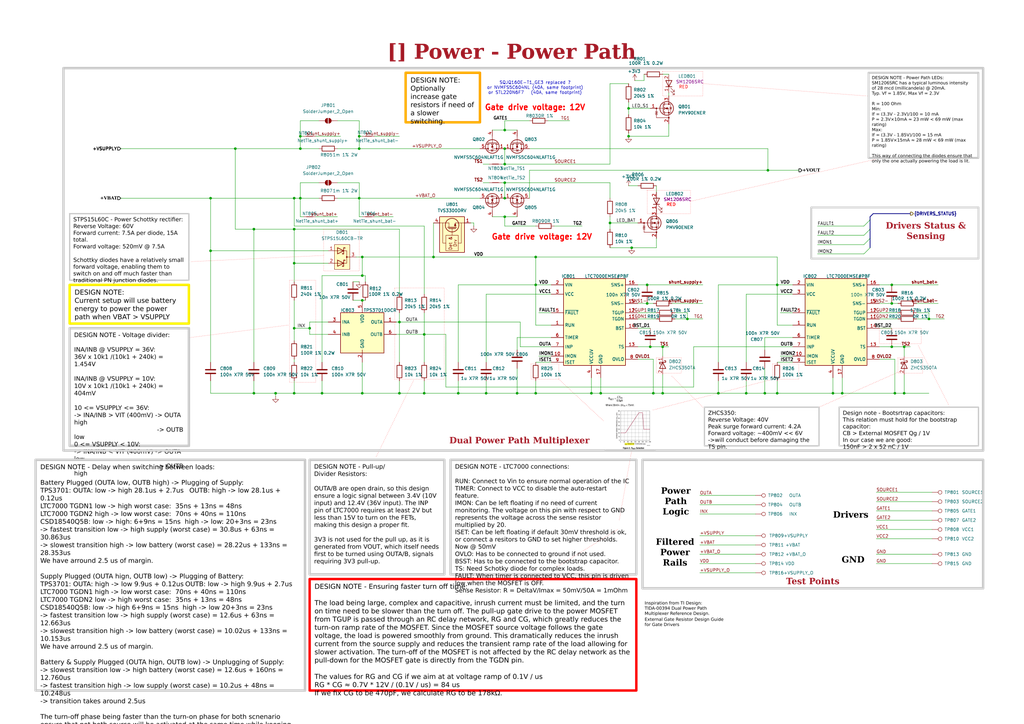
<source format=kicad_sch>
(kicad_sch (version 20250114) (generator "eeschema") (generator_version "9.0")
  (paper "A3")
  (title_block (title "Power - Power Path") (date "2025-09-04") (rev "${REVISION}") (company "${COMPANY}"))
  (bus_alias "DRIVERS_STATUS" (members "FAULT1" "FAULT2" "IMON1" "IMON2"))
  (rectangle (start 161.925 118.11) (end 182.245 155.575) (stroke (width 0) (type dot) (color 255 0 0 1)))
  (rectangle (start 271.78 29.21) (end 288.29 39.37) (stroke (width 0) (type dot) (color 255 0 0 1)))
  (rectangle (start 269.24 146.685) (end 279.4 153.035) (stroke (width 0) (type dot) (color 255 0 0 1)))
  (rectangle (start 368.3 146.685) (end 378.46 153.035) (stroke (width 0) (type dot) (color 255 0 0 1)))
  (rectangle (start 132.715 93.98) (end 147.32 111.125) (stroke (width 0) (type dot) (color 255 0 0 1)))
  (rectangle (start 332.74 85.09) (end 401.32 106.045) (stroke (width 0.762) (color 200 200 200 1)))
  (rectangle (start 118.745 114.935) (end 129.54 156.845) (stroke (width 0) (type dot) (color 255 0 0 1)))
  (rectangle (start 265.43 78.105) (end 283.21 87.63) (stroke (width 0) (type dot) (color 255 0 0 1)))
  (rectangle (start 263.525 188.595) (end 403.225 241.3) (stroke (width 1) (color 200 200 200 1)))
  (rectangle (start 26.035 27.94) (end 403.225 184.785) (stroke (width 1) (color 200 200 200 1)))
  (rectangle (start 217.805 149.225) (end 229.235 155.575) (stroke (width 0) (type dot) (color 255 0 0 1)))
  (rectangle (start 360.68 134.62) (end 377.825 140.97) (stroke (width 0) (type dot) (color 255 0 0 1)))
  (rectangle (start 316.865 149.225) (end 327.66 155.575) (stroke (width 0) (type dot) (color 255 0 0 1)))
  (text "Gate drive voltage: 12V" (at 219.456 44.196 0) (effects (font (size 2.286 2.286) (thickness 0.4572) (bold yes))))
  (text "Gate drive voltage: 12V" (at 222.25 97.282 0) (effects (font (size 2.286 2.286) (thickness 0.4572) (bold yes))))
  (text "Inspiration from TI Design: \nTIDA-00394 Dual Power Path \nMultiplexer Reference Design." (at 264.414 252.984 0) (effects (font (size 1.27 1.27)) (justify left bottom)))
  (text "SQJQ160E-T1_GE3 replaced ?\nor NVMFS5C604NL (40A, same footprint)\nor STL220N6F7   (40A, same footprint)" (at 219.456 36.068 0) (effects (font (size 1.27 1.27))))
  (text "External Gate Resistor Design Guide \nfor Gate Drivers" (at 264.414 257.556 0) (effects (font (size 1.27 1.27)) (justify left bottom)))
  (text_box "ZHCS350:\nReverse Voltage: 40V\nPeak surge forward current: 4.2A\nForward voltage: ~400mV << 6V\n->will conduct before damaging the TS pin." (at 288.925 167.005 0) (size 46.99 15.875) (margins 1.4923 1.4923 1.4923 1.4923) (stroke (width 0.508) (color 200 200 200 1)) (effects (font (size 1.651 1.651)) (justify left top)))
  (text_box "GND" (at 343.535 224.79 0) (size 12.7 8.255) (margins 1.9049 1.9049 1.9049 1.9049) (stroke (width -0.0001)) (effects (font (size 2.54 2.54) (thickness 0.508) (bold yes)) (justify bottom)))
  (text_box "DESIGN NOTE - Ensuring faster turn off time:\n\nThe load being large, complex and capacitive, inrush current must be limited, and the turn on time need to be slower than the turn off. The pull-up gate drive to the power MOSFET from TGUP is passed through an RC delay network, RG and CG, which greatly reduces the turn-on ramp rate of the MOSFET. Since the MOSFET source voltage follows the gate voltage, the load is powered smoothly from ground. This dramatically reduces the inrush current from the source supply and reduces the transient ramp rate of the load allowing for slower activation. The turn-off of the MOSFET is not affected by the RC delay network as the pull-down for the MOSFET gate is directly from the TGDN pin.\n\nThe values for RG and CG if we aim at at voltage ramp of 0.1V / us\nRG * CG ≈ 0.7V * 12V / (0.1V / us) = 84 us\nIf we fix CG to be 470pF, we calculate RG to be 178kΩ." (at 127 237.49 0) (size 133.985 45.72) (margins 2 2 2 2) (stroke (width 1) (color 255 0 0 1)) (effects (font (size 2 2)) (justify left top)))
  (text_box "DESIGN NOTE - Optimized gate Resistors:\n\nTurn ON: RG = RHI + RGATE + 2xRGI = 2.2 Ohm + RGATE + 2x0.8 Ohm\nTurn OFF: RG = RLO + RGATE + 2xRGI = 1Ohm + RGATE + 2x0.8 Ohm\n\nSource inductance = 1 / (CISS x (2pi x fR)^2) => impossible, fR unknown.\n-> LT Spice simulation?\n\nThe CSD18540Q5B has a total gate charge Qg of 41nC (when driven at 10V)\nSwitching Speed: tswitch = Rtotal x Qg where Rtotal = Rgate_ext + Rgate_MOS + Rgate_driver. \nThe LTC7000 gate driver has a pull-down resistance of 1Ω on the TGDN pin.\nWe aim for a switching time of around 100ns, typical for efficient switching in power applications. \nRtotal = tswich / 2xQg		-> 		Rtotal = 100ns/2x41nC ≈ 1.21 Ohm\nRgate = Rtotal - Rgate_driver = 1.21 - 1 = 0.21 Ohm ≈ X Ohm \n\nThis resistor value allows for controlled switching, minimizing both EMI and inrush current while achieving a reasonable turn-on time.\n\n " (at 127.635 301.625 0) (size 133.985 67.945) (margins 2 2 2 2) (stroke (width 1) (color 200 200 200 1)) (effects (font (size 2 2)) (justify left top)))
  (text_box "DESIGN NOTE:\nOptionally increase gate resistors if need of a slower switching. " (at 166.37 29.845 0) (size 30.48 20.32) (margins 2 2 2 2) (stroke (width 1) (color 255 165 0 1)) (effects (font (size 2 2)) (justify left top)))
  (text_box "Power Path Logic" (at 267.97 198.755 0) (size 18.415 14.605) (margins 1.9049 1.9049 1.9049 1.9049) (stroke (width -0.0001)) (effects (font (size 2.54 2.54) (thickness 0.508) (bold yes)) (justify bottom)))
  (text_box "DESIGN NOTE:\nCurrent setup will use battery energy to power the power path when VBAT > VSUPPLY" (at 28.575 116.84 0) (size 48.895 15.875) (margins 2 2 2 2) (stroke (width 1) (color 250 236 0 1)) (effects (font (size 2 2)) (justify left top)))
  (text_box "DESIGN NOTE - Protecting the TPS3701:\n\nadd 100Ω in series with vdd, add 10nF close to vdd\nadd tvs diode avant ça.\nTVS3300DRVR nice\nD33V0S1UG3LP20 nice aussi\n\ncapa 10n 0402: C0402C103J5RACAUTO\nres 100Ω 0402: CRCW0402100RFKEDHP\n\ncapa 10n 1206: C1206C103K5RAC\nres 100Ω 2512: RC2512FK-07100RL\n\n\n" (at 10.16 -56.515 0) (size 133.985 45.72) (margins 2 2 2 2) (stroke (width 1) (color 255 0 0 1)) (effects (font (size 2 2)) (justify left top)))
  (text_box "Drivers Status & Sensing" (at 356.235 92.71 0) (size 46.99 7.62) (margins 1.9049 1.9049 1.9049 1.9049) (stroke (width -0.0001)) (effects (font (size 2.54 2.54) (thickness 0.508) (bold yes)) (justify bottom)))
  (text_box "DESIGN NOTE - Delay when switching between loads:\n\nBattery Plugged (OUTA low, OUTB high) -> Plugging of Supply:\nTPS3701: OUTA: low -> high 28.1us + 2.7us	  OUTB: high -> low 28.1us + 0.12us\nLTC7000 TGDN1 low -> high worst case:  35ns + 13ns = 48ns\nLTC7000 TGDN2 high -> low worst case:  70ns + 40ns = 110ns\nCSD18540Q5B: low -> high: 6+9ns = 15ns  high -> low: 20+3ns = 23ns\n-> fastest transition low -> high supply (worst case) = 30.8us + 63ns = 30.863us\n-> slowest transition high -> low battery (worst case) = 28.22us + 133ns = 28.353us\nWe have arround 2.5 us of margin.\n\nSupply Plugged (OUTA hign, OUTB low) -> Plugging of Battery:\nTPS3701: OUTA: high -> low 9.9us + 0.12us	OUTB: low -> high 9.9us + 2.7us\nLTC7000 TGDN1 high -> low worst case:  70ns + 40ns = 110ns\nLTC7000 TGDN2 low -> high worst case:  35ns + 13ns = 48ns\nCSD18540Q5B: low -> high 6+9ns = 15ns  high -> low 20+3ns = 23ns\n-> fastest transition low -> high supply (worst case) = 12.6us + 63ns = 12.663us\n-> slowest transition high -> low battery (worst case) = 10.02us + 133ns = 10.153us\nWe have arround 2.5 us of margin.\n\nBattery & Supply Plugged (OUTA hign, OUTB low) -> Unplugging of Supply:\n-> slowest transition low -> high battery (worst case) = 12.6us + 160ns = 12.760us\n-> fastest transition high -> low supply (worst case) = 10.2us + 48ns = 10.248us\n-> transition takes around 2.5us\n\nThe turn-off phase being faster than the turn-on phase for both scnenario ensure that not both source will be activated at the same time while keeping the global down-time of the transition below the uS, ensuring continuous power to the rover.\n" (at 14.605 188.595 0) (size 110.49 94.615) (margins 1.9288 1.9288 1.9288 1.9288) (stroke (width 1) (color 200 200 200 1)) (effects (font (size 1.905 1.905)) (justify left top)))
  (text_box "Drivers" (at 339.725 206.375 0) (size 18.415 8.255) (margins 1.9049 1.9049 1.9049 1.9049) (stroke (width -0.0001)) (effects (font (size 2.54 2.54) (thickness 0.508) (bold yes)) (justify bottom)))
  (text_box "Test Points" (at 262.89 232.41 0) (size 140.97 9.525) (margins 1.9049 1.9049 1.9049 1.9049) (stroke (width -0.0001)) (effects (font (size 2.54 2.54) (thickness 0.508) (bold yes)) (justify bottom)))
  (text_box "STPS15L60C - Power Schottky rectifier:\nReverse Voltage: 60V\nForward current: 7.5A per diode, 15A total.\nForward voltage: 520mV @ 7.5A\n\nSchottky diodes have a relatively small forward voltage, enabling them to switch on and off much faster than traditional PN junction diodes." (at 28.575 87.63 0) (size 48.895 27.305) (margins 1.4923 1.4923 1.4923 1.4923) (stroke (width 0.508) (color 200 200 200 1)) (effects (font (size 1.651 1.651)) (justify left top)))
  (text_box "DESIGN NOTE - LTC7000 connections:\n\nRUN: Connect to Vin to ensure normal operation of the IC\nTIMER: Connect to VCC to disable the auto-restart feature.\nIMON: Can be left floating if no need of current monitoring. The voltage on this pin with respect to GND represents the voltage across the sense resistor multiplied by 20. \nISET: Can be left floating if default 30mV threshold is ok, or connect a resitors to GND to set higher thresholds. Now @ 50mV\nOVLO: Has to be connected to ground if not used.\nBSST: Has to be connected to the bootstrap capacitor.\nTS: Need Schotky diode for complex loads.\nFAULT: When timer is connected to VCC, this pin is driven low when the MOSFET is OFF.\nSense Resistor: R = DeltaV/Imax = 50mV/50A = 1mOhm\n" (at 184.785 188.595 0) (size 76.2 46.99) (margins 1.8335 1.8335 1.8335 1.8335) (stroke (width 1) (color 200 200 200 1)) (effects (font (size 1.778 1.778)) (justify left top)))
  (text_box "[${#}] ${TITLE}" (at 10.16 15.24 0) (size 399.415 12.7) (margins 4.4999 4.4999 4.4999 4.4999) (stroke (width -0.0001)) (effects (font (size 6 6) (thickness 1.2) (bold yes))))
  (text_box "Dual Power Path Multiplexer" (at 24.13 174.625 0) (size 377.825 9.525) (margins 1.9049 1.9049 1.9049 1.9049) (stroke (width -0.0001)) (effects (font (size 2.54 2.54) (thickness 0.508) (bold yes)) (justify bottom)))
  (text_box "DESIGN NOTE - Power Path LEDs:\nSM1206SRC has a typical luminous intensity \nof 28 mcd (millicandela) @ 20mA. \nTyp. Vf = 1.85V, Max Vf = 2.3V\n\nR = 100 Ohm\nMin:\nIf = (3.3V - 2.3V)/100 = 10 mA\nP = 2.3V×10mA ≈ 23 mW < 69 mW (max rating)\nMax:\nIf = (3.3V - 1.85V)/100 ≈ 15 mA\nP = 1.85V×15mA ≈ 28 mW < 69 mW (max rating)\n\nThis way of connecting the diodes ensure that only the one actually powering the load is lit." (at 356.235 29.845 0) (size 45.035 34.925) (margins 1.3525 1.3525 1.3525 1.3525) (stroke (width 0.8) (color 200 200 200 1)) (effects (font (size 1.27 1.27)) (justify left top)))
  (text_box "Filtered Power Rails" (at 267.335 219.075 0) (size 19.05 15.24) (margins 1.9049 1.9049 1.9049 1.9049) (stroke (width -0.0001)) (effects (font (size 2.54 2.54) (thickness 0.508) (bold yes)) (justify bottom)))
  (text_box "DESIGN NOTE - Voltage divider:\n\nINA/INB @ VSUPPLY = 36V:\n36V x 10k1 /(10k1 + 240k) = 1.454V\n\nINA/INB @ VSUPPLY = 10V:\n10V x 10k1 /(10k1 + 240k) = 404mV\n\n10 <= VSUPPLY <= 36V:\n-> INA/INB > VIT (400mV) -> OUTA high\n                                           -> OUTB low\n0 <= VSUPPLY < 10V:\n-> INA/INB < VIT (400mV) -> OUTA low\n                                           -> OUTB high\n\n\n" (at 28.575 134.62 0) (size 48.895 48.26) (margins 1.8335 1.8335 1.8335 1.8335) (stroke (width 1) (color 200 200 200 1)) (effects (font (size 1.778 1.778)) (justify left top)))
  (text_box "Design note - Bootsrtrap capacitors:\nThis relation must hold for the bootstrap capacitor:\nCB > External MOSFET Qg / 1V\nIn our case we are good:\n150nF > 2 x 52 nC / 1V" (at 344.17 167.005 0) (size 57.15 15.875) (margins 1.4923 1.4923 1.4923 1.4923) (stroke (width 0.508) (color 200 200 200 1)) (effects (font (size 1.651 1.651)) (justify left top)))
  (text_box "DESIGN NOTE - Pull-up/\nDivider Resistors:\n\nOUTA/B are open drain, so this design ensure a logic signal between 3.4V (10V input) and 12.4V (36V input). The INP pin of LTC7000 requires at least 2V but less than 15V to turn on the FETs, making this design a proper fit.\n\n3V3 is not used for the pull up, as it is generated from VOUT, which itself needs first to be turned using OUTA/B, signals requiring 3V3 pull-up." (at 127 188.595 0) (size 55.245 46.99) (margins 1.8335 1.8335 1.8335 1.8335) (stroke (width 1) (color 200 200 200 1)) (effects (font (size 1.778 1.778)) (justify left top)))
  (junction (at 257.81 55.88))
  (junction (at 345.44 161.29))
  (junction (at 246.38 161.29))
  (junction (at 207.01 74.93))
  (junction (at 250.19 91.44))
  (junction (at 341.63 161.29))
  (junction (at 127 134.62))
  (junction (at 132.08 161.29))
  (junction (at 113.03 161.29))
  (junction (at 259.08 101.6))
  (junction (at 104.14 161.29))
  (junction (at 104.14 93.98))
  (junction (at 271.78 142.24))
  (junction (at 120.65 161.29))
  (junction (at 187.96 161.29))
  (junction (at 365.76 142.24))
  (junction (at 86.36 102.87))
  (junction (at 281.94 130.81))
  (junction (at 294.64 161.29))
  (junction (at 207.01 67.31))
  (junction (at 313.69 161.29))
  (junction (at 147.32 60.96))
  (junction (at 120.65 81.28))
  (junction (at 96.52 60.96))
  (junction (at 219.71 116.84))
  (junction (at 266.7 142.24))
  (junction (at 219.71 161.29))
  (junction (at 365.76 116.84))
  (junction (at 207.01 81.28))
  (junction (at 365.76 124.46))
  (junction (at 367.03 161.29))
  (junction (at 147.32 81.28))
  (junction (at 314.96 69.85))
  (junction (at 265.43 124.46))
  (junction (at 318.77 116.84))
  (junction (at 120.65 107.95))
  (junction (at 212.09 161.29))
  (junction (at 123.19 60.96))
  (junction (at 265.43 116.84))
  (junction (at 207.01 60.96))
  (junction (at 207.01 53.34))
  (junction (at 242.57 161.29))
  (junction (at 163.83 161.29))
  (junction (at 120.65 134.62))
  (junction (at 148.59 161.29))
  (junction (at 318.77 161.29))
  (junction (at 219.71 105.41))
  (junction (at 306.07 161.29))
  (junction (at 381 130.81))
  (junction (at 271.78 161.29))
  (junction (at 199.39 161.29))
  (junction (at 207.01 88.9))
  (junction (at 370.84 161.29))
  (junction (at 177.8 105.41))
  (junction (at 86.36 81.28))
  (junction (at 148.59 113.03))
  (junction (at 267.97 161.29))
  (junction (at 123.19 81.28))
  (junction (at 163.83 132.08))
  (junction (at 148.59 123.19))
  (junction (at 148.59 105.41))
  (junction (at 370.84 142.24))
  (junction (at 257.81 44.45))
  (junction (at 120.65 93.98))
  (junction (at 123.19 55.88))
  (junction (at 173.99 137.16))
  (junction (at 173.99 161.29))
  (junction (at 147.32 55.88))
  (bus_entry (at 356.87 101.6) (size -2.54 2.54))
  (bus_entry (at 356.87 93.98) (size -2.54 2.54))
  (bus_entry (at 356.87 90.17) (size -2.54 2.54))
  (bus_entry (at 356.87 97.79) (size -2.54 2.54))
  (wire (pts (xy 205.74 74.93) (xy 207.01 74.93)))
  (wire (pts (xy 177.8 91.44) (xy 177.8 105.41)))
  (wire (pts (xy 276.86 128.27) (xy 281.94 128.27)))
  (wire (pts (xy 269.24 76.2) (xy 269.24 78.74)))
  (wire (pts (xy 163.83 93.98) (xy 163.83 120.65)))
  (wire (pts (xy 284.48 142.24) (xy 284.48 158.75)))
  (wire (pts (xy 198.12 74.93) (xy 200.66 74.93)))
  (wire (pts (xy 220.98 146.05) (xy 226.06 146.05)))
  (wire (pts (xy 120.65 107.95) (xy 134.62 107.95)))
  (wire (pts (xy 129.54 55.88) (xy 139.7 55.88)))
  (wire (pts (xy 212.09 88.9) (xy 207.01 88.9)))
  (wire (pts (xy 287.02 231.14) (xy 309.88 231.14)))
  (wire (pts (xy 224.79 49.53) (xy 233.68 49.53)))
  (wire (pts (xy 261.62 124.46) (xy 265.43 124.46)))
  (polyline (pts (xy 253.365 217.17) (xy 228.6 232.41)) (stroke (width 0) (type dot) (color 255 0 0 1)))
  (wire (pts (xy 294.64 156.21) (xy 294.64 161.29)))
  (wire (pts (xy 199.39 156.21) (xy 199.39 161.29)))
  (wire (pts (xy 275.59 124.46) (xy 288.29 124.46)))
  (wire (pts (xy 267.97 161.29) (xy 271.78 161.29)))
  (wire (pts (xy 144.78 123.19) (xy 148.59 123.19)))
  (wire (pts (xy 212.09 161.29) (xy 219.71 161.29)))
  (wire (pts (xy 318.77 161.29) (xy 341.63 161.29)))
  (bus (pts (xy 356.87 93.98) (xy 356.87 97.79)))
  (polyline (pts (xy 316.865 155.575) (xy 267.335 168.275)) (stroke (width 0) (type dot) (color 255 0 0 1)))
  (wire (pts (xy 381 130.81) (xy 387.35 130.81)))
  (wire (pts (xy 187.96 116.84) (xy 219.71 116.84)))
  (wire (pts (xy 360.68 134.62) (xy 365.76 134.62)))
  (wire (pts (xy 359.41 209.55) (xy 382.27 209.55)))
  (bus (pts (xy 373.38 87.63) (xy 358.14 87.63)))
  (wire (pts (xy 260.35 33.02) (xy 264.16 33.02)))
  (wire (pts (xy 113.03 161.29) (xy 120.65 161.29)))
  (wire (pts (xy 193.04 91.44) (xy 194.31 91.44)))
  (wire (pts (xy 163.83 161.29) (xy 173.99 161.29)))
  (wire (pts (xy 187.96 156.21) (xy 187.96 161.29)))
  (wire (pts (xy 335.28 96.52) (xy 354.33 96.52)))
  (wire (pts (xy 207.01 49.53) (xy 207.01 53.34)))
  (wire (pts (xy 96.52 93.98) (xy 104.14 93.98)))
  (wire (pts (xy 199.39 148.59) (xy 199.39 120.65)))
  (wire (pts (xy 341.63 161.29) (xy 345.44 161.29)))
  (wire (pts (xy 212.09 138.43) (xy 212.09 143.51)))
  (wire (pts (xy 250.19 34.29) (xy 250.19 67.31)))
  (wire (pts (xy 201.93 88.9) (xy 207.01 88.9)))
  (wire (pts (xy 318.77 116.84) (xy 318.77 133.35)))
  (wire (pts (xy 313.69 151.13) (xy 313.69 161.29)))
  (wire (pts (xy 261.62 116.84) (xy 265.43 116.84)))
  (polyline (pts (xy 118.11 133.35) (xy 78.105 138.43)) (stroke (width 0) (type dot) (color 255 0 0 1)))
  (wire (pts (xy 187.96 161.29) (xy 199.39 161.29)))
  (wire (pts (xy 104.14 156.21) (xy 104.14 161.29)))
  (wire (pts (xy 147.32 81.28) (xy 196.85 81.28)))
  (polyline (pts (xy 229.235 155.575) (xy 247.65 172.72)) (stroke (width 0) (type dot) (color 255 0 0 1)))
  (wire (pts (xy 219.71 116.84) (xy 219.71 133.35)))
  (wire (pts (xy 271.78 153.67) (xy 271.78 161.29)))
  (wire (pts (xy 259.08 101.6) (xy 269.24 101.6)))
  (wire (pts (xy 182.88 137.16) (xy 182.88 158.75)))
  (wire (pts (xy 381 128.27) (xy 381 130.81)))
  (wire (pts (xy 86.36 81.28) (xy 120.65 81.28)))
  (wire (pts (xy 163.83 128.27) (xy 163.83 132.08)))
  (wire (pts (xy 320.04 128.27) (xy 325.12 128.27)))
  (wire (pts (xy 86.36 102.87) (xy 134.62 102.87)))
  (wire (pts (xy 127 132.08) (xy 127 134.62)))
  (wire (pts (xy 207.01 53.34) (xy 212.09 53.34)))
  (wire (pts (xy 287.02 234.95) (xy 309.88 234.95)))
  (wire (pts (xy 96.52 60.96) (xy 96.52 93.98)))
  (wire (pts (xy 360.68 128.27) (xy 368.3 128.27)))
  (wire (pts (xy 49.53 81.28) (xy 86.36 81.28)))
  (wire (pts (xy 147.32 88.9) (xy 147.32 81.28)))
  (wire (pts (xy 149.86 113.03) (xy 149.86 115.57)))
  (wire (pts (xy 123.19 49.53) (xy 130.81 49.53)))
  (wire (pts (xy 132.08 156.21) (xy 132.08 161.29)))
  (wire (pts (xy 250.19 91.44) (xy 261.62 91.44)))
  (wire (pts (xy 163.83 132.08) (xy 163.83 148.59)))
  (wire (pts (xy 287.02 223.52) (xy 309.88 223.52)))
  (wire (pts (xy 314.96 60.96) (xy 314.96 69.85)))
  (wire (pts (xy 86.36 102.87) (xy 86.36 148.59)))
  (wire (pts (xy 313.69 161.29) (xy 318.77 161.29)))
  (wire (pts (xy 345.44 154.94) (xy 345.44 161.29)))
  (wire (pts (xy 360.68 147.32) (xy 367.03 147.32)))
  (wire (pts (xy 127 137.16) (xy 134.62 137.16)))
  (wire (pts (xy 250.19 34.29) (xy 257.81 34.29)))
  (wire (pts (xy 274.32 50.8) (xy 274.32 55.88)))
  (polyline (pts (xy 259.08 184.785) (xy 254 213.36)) (stroke (width 0) (type dot) (color 255 0 0 1)))
  (wire (pts (xy 370.84 161.29) (xy 381 161.29)))
  (wire (pts (xy 306.07 156.21) (xy 306.07 161.29)))
  (wire (pts (xy 281.94 128.27) (xy 281.94 130.81)))
  (wire (pts (xy 123.19 88.9) (xy 123.19 81.28)))
  (wire (pts (xy 287.02 219.71) (xy 309.88 219.71)))
  (wire (pts (xy 49.53 60.96) (xy 96.52 60.96)))
  (wire (pts (xy 212.09 138.43) (xy 226.06 138.43)))
  (wire (pts (xy 271.78 142.24) (xy 271.78 146.05)))
  (wire (pts (xy 261.62 130.81) (xy 269.24 130.81)))
  (wire (pts (xy 123.19 88.9) (xy 124.46 88.9)))
  (wire (pts (xy 284.48 142.24) (xy 325.12 142.24)))
  (wire (pts (xy 276.86 130.81) (xy 281.94 130.81)))
  (wire (pts (xy 261.62 142.24) (xy 266.7 142.24)))
  (wire (pts (xy 123.19 49.53) (xy 123.19 55.88)))
  (wire (pts (xy 217.17 69.85) (xy 314.96 69.85)))
  (wire (pts (xy 318.77 105.41) (xy 318.77 116.84)))
  (wire (pts (xy 173.99 92.71) (xy 173.99 120.65)))
  (wire (pts (xy 162.56 132.08) (xy 163.83 132.08)))
  (wire (pts (xy 138.43 49.53) (xy 147.32 49.53)))
  (wire (pts (xy 287.02 227.33) (xy 309.88 227.33)))
  (wire (pts (xy 113.03 162.56) (xy 113.03 161.29)))
  (wire (pts (xy 120.65 81.28) (xy 120.65 92.71)))
  (wire (pts (xy 207.01 92.71) (xy 219.71 92.71)))
  (wire (pts (xy 207.01 88.9) (xy 207.01 92.71)))
  (wire (pts (xy 219.71 116.84) (xy 226.06 116.84)))
  (wire (pts (xy 281.94 130.81) (xy 288.29 130.81)))
  (polyline (pts (xy 132.715 104.775) (xy 78.105 107.315)) (stroke (width 0) (type dot) (color 255 0 0 1)))
  (wire (pts (xy 123.19 74.93) (xy 130.81 74.93)))
  (wire (pts (xy 261.62 134.62) (xy 266.7 134.62)))
  (wire (pts (xy 359.41 213.36) (xy 382.27 213.36)))
  (wire (pts (xy 367.03 161.29) (xy 370.84 161.29)))
  (wire (pts (xy 217.17 60.96) (xy 314.96 60.96)))
  (wire (pts (xy 318.77 148.59) (xy 325.12 148.59)))
  (wire (pts (xy 266.7 142.24) (xy 271.78 142.24)))
  (wire (pts (xy 104.14 93.98) (xy 104.14 148.59)))
  (wire (pts (xy 123.19 55.88) (xy 124.46 55.88)))
  (wire (pts (xy 271.78 30.48) (xy 274.32 30.48)))
  (wire (pts (xy 250.19 91.44) (xy 250.19 93.98)))
  (wire (pts (xy 138.43 81.28) (xy 147.32 81.28)))
  (wire (pts (xy 182.88 158.75) (xy 284.48 158.75)))
  (wire (pts (xy 318.77 156.21) (xy 318.77 161.29)))
  (wire (pts (xy 147.32 60.96) (xy 196.85 60.96)))
  (wire (pts (xy 207.01 49.53) (xy 217.17 49.53)))
  (wire (pts (xy 271.78 161.29) (xy 294.64 161.29)))
  (wire (pts (xy 120.65 134.62) (xy 120.65 139.7)))
  (wire (pts (xy 257.81 41.91) (xy 257.81 44.45)))
  (wire (pts (xy 120.65 134.62) (xy 127 134.62)))
  (wire (pts (xy 173.99 137.16) (xy 182.88 137.16)))
  (wire (pts (xy 149.86 123.19) (xy 148.59 123.19)))
  (wire (pts (xy 199.39 120.65) (xy 226.06 120.65)))
  (wire (pts (xy 219.71 161.29) (xy 242.57 161.29)))
  (wire (pts (xy 86.36 81.28) (xy 86.36 102.87)))
  (polyline (pts (xy 358.775 65.405) (xy 283.21 82.55)) (stroke (width 0) (type dot) (color 255 0 0 1)))
  (wire (pts (xy 86.36 161.29) (xy 104.14 161.29)))
  (wire (pts (xy 120.65 107.95) (xy 120.65 115.57)))
  (wire (pts (xy 177.8 105.41) (xy 219.71 105.41)))
  (wire (pts (xy 360.68 142.24) (xy 365.76 142.24)))
  (wire (pts (xy 257.81 44.45) (xy 257.81 46.99)))
  (wire (pts (xy 198.12 67.31) (xy 200.66 67.31)))
  (wire (pts (xy 306.07 161.29) (xy 313.69 161.29)))
  (wire (pts (xy 257.81 76.2) (xy 261.62 76.2)))
  (wire (pts (xy 375.92 124.46) (xy 384.81 124.46)))
  (wire (pts (xy 219.71 105.41) (xy 318.77 105.41)))
  (wire (pts (xy 162.56 137.16) (xy 173.99 137.16)))
  (wire (pts (xy 207.01 74.93) (xy 207.01 81.28)))
  (wire (pts (xy 220.98 128.27) (xy 226.06 128.27)))
  (wire (pts (xy 163.83 156.21) (xy 163.83 161.29)))
  (wire (pts (xy 370.84 153.67) (xy 370.84 161.29)))
  (wire (pts (xy 138.43 74.93) (xy 147.32 74.93)))
  (wire (pts (xy 123.19 60.96) (xy 130.81 60.96)))
  (wire (pts (xy 341.63 154.94) (xy 341.63 161.29)))
  (wire (pts (xy 294.64 161.29) (xy 306.07 161.29)))
  (wire (pts (xy 173.99 156.21) (xy 173.99 161.29)))
  (wire (pts (xy 359.41 201.93) (xy 382.27 201.93)))
  (wire (pts (xy 173.99 161.29) (xy 187.96 161.29)))
  (wire (pts (xy 313.69 138.43) (xy 313.69 143.51)))
  (wire (pts (xy 261.62 147.32) (xy 267.97 147.32)))
  (wire (pts (xy 120.65 161.29) (xy 132.08 161.29)))
  (wire (pts (xy 267.97 147.32) (xy 267.97 161.29)))
  (wire (pts (xy 148.59 105.41) (xy 177.8 105.41)))
  (wire (pts (xy 269.24 97.79) (xy 269.24 101.6)))
  (polyline (pts (xy 368.935 152.4) (xy 335.915 167.005)) (stroke (width 0) (type dot) (color 255 0 0 1)))
  (polyline (pts (xy 169.545 156.21) (xy 154.305 187.325)) (stroke (width 0) (type dot) (color 255 0 0 1)))
  (wire (pts (xy 287.02 210.82) (xy 309.88 210.82)))
  (wire (pts (xy 146.05 105.41) (xy 148.59 105.41)))
  (wire (pts (xy 120.65 93.98) (xy 120.65 107.95)))
  (wire (pts (xy 127 134.62) (xy 127 137.16)))
  (wire (pts (xy 129.54 88.9) (xy 138.43 88.9)))
  (wire (pts (xy 199.39 161.29) (xy 212.09 161.29)))
  (wire (pts (xy 370.84 142.24) (xy 370.84 146.05)))
  (wire (pts (xy 359.41 227.33) (xy 382.27 227.33)))
  (wire (pts (xy 120.65 92.71) (xy 173.99 92.71)))
  (wire (pts (xy 207.01 60.96) (xy 207.01 67.31)))
  (wire (pts (xy 306.07 120.65) (xy 325.12 120.65)))
  (wire (pts (xy 359.41 231.14) (xy 382.27 231.14)))
  (wire (pts (xy 367.03 147.32) (xy 367.03 161.29)))
  (wire (pts (xy 335.28 100.33) (xy 354.33 100.33)))
  (bus (pts (xy 356.87 97.79) (xy 356.87 101.6)))
  (wire (pts (xy 265.43 116.84) (xy 288.29 116.84)))
  (wire (pts (xy 242.57 161.29) (xy 246.38 161.29)))
  (wire (pts (xy 294.64 116.84) (xy 318.77 116.84)))
  (wire (pts (xy 257.81 55.88) (xy 274.32 55.88)))
  (wire (pts (xy 86.36 156.21) (xy 86.36 161.29)))
  (wire (pts (xy 132.08 113.03) (xy 132.08 148.59)))
  (wire (pts (xy 250.19 88.9) (xy 250.19 91.44)))
  (wire (pts (xy 120.65 156.21) (xy 120.65 161.29)))
  (wire (pts (xy 257.81 44.45) (xy 266.7 44.45)))
  (wire (pts (xy 123.19 55.88) (xy 123.19 60.96)))
  (wire (pts (xy 173.99 137.16) (xy 173.99 148.59)))
  (wire (pts (xy 148.59 105.41) (xy 148.59 113.03)))
  (wire (pts (xy 365.76 124.46) (xy 368.3 124.46)))
  (wire (pts (xy 148.59 148.59) (xy 148.59 161.29)))
  (wire (pts (xy 318.77 133.35) (xy 325.12 133.35)))
  (wire (pts (xy 257.81 55.88) (xy 257.81 54.61)))
  (wire (pts (xy 205.74 67.31) (xy 207.01 67.31)))
  (wire (pts (xy 120.65 147.32) (xy 120.65 148.59)))
  (wire (pts (xy 360.68 124.46) (xy 365.76 124.46)))
  (wire (pts (xy 250.19 81.28) (xy 250.19 74.93)))
  (wire (pts (xy 274.32 38.1) (xy 274.32 39.37)))
  (wire (pts (xy 360.68 130.81) (xy 368.3 130.81)))
  (wire (pts (xy 138.43 60.96) (xy 147.32 60.96)))
  (wire (pts (xy 132.08 113.03) (xy 148.59 113.03)))
  (wire (pts (xy 149.86 113.03) (xy 148.59 113.03)))
  (wire (pts (xy 313.69 138.43) (xy 325.12 138.43)))
  (wire (pts (xy 345.44 161.29) (xy 367.03 161.29)))
  (wire (pts (xy 271.78 142.24) (xy 274.32 142.24)))
  (wire (pts (xy 132.08 161.29) (xy 148.59 161.29)))
  (wire (pts (xy 104.14 161.29) (xy 113.03 161.29)))
  (wire (pts (xy 359.41 217.17) (xy 382.27 217.17)))
  (polyline (pts (xy 389.255 166.37) (xy 376.555 141.605)) (stroke (width 0) (type dot) (color 255 0 0 1)))
  (wire (pts (xy 375.92 128.27) (xy 381 128.27)))
  (wire (pts (xy 96.52 60.96) (xy 123.19 60.96)))
  (wire (pts (xy 201.93 53.34) (xy 207.01 53.34)))
  (wire (pts (xy 265.43 124.46) (xy 267.97 124.46)))
  (polyline (pts (xy 275.59 154.305) (xy 288.29 167.005)) (stroke (width 0) (type dot) (color 255 0 0 1)))
  (wire (pts (xy 250.19 101.6) (xy 259.08 101.6)))
  (wire (pts (xy 147.32 74.93) (xy 147.32 81.28)))
  (bus (pts (xy 356.87 88.9) (xy 358.14 87.63)))
  (wire (pts (xy 147.32 55.88) (xy 148.59 55.88)))
  (wire (pts (xy 120.65 123.19) (xy 120.65 134.62)))
  (wire (pts (xy 144.78 115.57) (xy 147.32 115.57)))
  (wire (pts (xy 360.68 116.84) (xy 365.76 116.84)))
  (wire (pts (xy 148.59 161.29) (xy 163.83 161.29)))
  (polyline (pts (xy 355.6 39.37) (xy 288.29 34.29)) (stroke (width 0) (type dot) (color 255 0 0 1)))
  (wire (pts (xy 104.14 93.98) (xy 120.65 93.98)))
  (wire (pts (xy 147.32 55.88) (xy 147.32 60.96)))
  (wire (pts (xy 246.38 161.29) (xy 267.97 161.29)))
  (wire (pts (xy 219.71 156.21) (xy 219.71 161.29)))
  (wire (pts (xy 365.76 116.84) (xy 384.81 116.84)))
  (wire (pts (xy 147.32 88.9) (xy 148.59 88.9)))
  (wire (pts (xy 359.41 220.98) (xy 382.27 220.98)))
  (wire (pts (xy 219.71 148.59) (xy 226.06 148.59)))
  (wire (pts (xy 359.41 205.74) (xy 382.27 205.74)))
  (wire (pts (xy 163.83 132.08) (xy 213.36 132.08)))
  (wire (pts (xy 375.92 130.81) (xy 381 130.81)))
  (bus (pts (xy 356.87 90.17) (xy 356.87 93.98)))
  (wire (pts (xy 212.09 151.13) (xy 212.09 161.29)))
  (wire (pts (xy 246.38 154.94) (xy 246.38 161.29)))
  (wire (pts (xy 306.07 148.59) (xy 306.07 120.65)))
  (wire (pts (xy 194.31 91.44) (xy 194.31 92.71)))
  (wire (pts (xy 213.36 142.24) (xy 226.06 142.24)))
  (wire (pts (xy 127 132.08) (xy 134.62 132.08)))
  (wire (pts (xy 294.64 116.84) (xy 294.64 148.59)))
  (wire (pts (xy 365.76 142.24) (xy 370.84 142.24)))
  (wire (pts (xy 287.02 207.01) (xy 309.88 207.01)))
  (wire (pts (xy 335.28 92.71) (xy 354.33 92.71)))
  (wire (pts (xy 314.96 69.85) (xy 327.66 69.85)))
  (wire (pts (xy 123.19 81.28) (xy 130.81 81.28)))
  (wire (pts (xy 187.96 116.84) (xy 187.96 148.59)))
  (wire (pts (xy 219.71 133.35) (xy 226.06 133.35)))
  (wire (pts (xy 207.01 67.31) (xy 250.19 67.31)))
  (wire (pts (xy 153.67 88.9) (xy 161.29 88.9)))
  (wire (pts (xy 219.71 105.41) (xy 219.71 116.84)))
  (wire (pts (xy 173.99 128.27) (xy 173.99 137.16)))
  (wire (pts (xy 147.32 49.53) (xy 147.32 55.88)))
  (wire (pts (xy 153.67 55.88) (xy 163.83 55.88)))
  (wire (pts (xy 242.57 154.94) (xy 242.57 161.29)))
  (wire (pts (xy 335.28 104.14) (xy 354.33 104.14)))
  (wire (pts (xy 227.33 92.71) (xy 238.76 92.71)))
  (wire (pts (xy 213.36 132.08) (xy 213.36 142.24)))
  (wire (pts (xy 264.16 30.48) (xy 264.16 33.02)))
  (wire (pts (xy 120.65 81.28) (xy 123.19 81.28)))
  (wire (pts (xy 287.02 203.2) (xy 309.88 203.2)))
  (bus (pts (xy 356.87 88.9) (xy 356.87 90.17)))
  (wire (pts (xy 217.17 69.85) (xy 217.17 81.28)))
  (wire (pts (xy 123.19 74.93) (xy 123.19 81.28)))
  (wire (pts (xy 370.84 142.24) (xy 373.38 142.24)))
  (wire (pts (xy 320.04 146.05) (xy 325.12 146.05)))
  (wire (pts (xy 318.77 116.84) (xy 325.12 116.84)))
  (wire (pts (xy 207.01 74.93) (xy 250.19 74.93)))
  (wire (pts (xy 261.62 128.27) (xy 269.24 128.27)))
  (wire (pts (xy 120.65 93.98) (xy 163.83 93.98)))
  (image (at 258.445 173.355) (scale 0.310815))
  (label "TGDN1" (at 265.43 130.81 180) (effects (font (thickness 0.1588))))
  (label "+VBAT" (at 287.02 223.52 0) (property "Netclass" "Power Bat" (effects (hide yes))))
  (label "OVLO1" (at 266.7 147.32 180) (effects (font (thickness 0.254) (bold yes))))
  (label "IMON1" (at 335.28 100.33 0) (effects (font (thickness 0.1588))))
  (label "TGUP2" (at 364.49 128.27 180) (effects (font (thickness 0.1588))))
  (label "IMON1" (at 220.98 146.05 0) (effects (font (thickness 0.254) (bold yes))))
  (label "VDD" (at 220.98 116.84 0) (effects (font (thickness 0.254) (bold yes))))
  (label "OUTB" (at 287.02 207.01 0))
  (label "shunt_bat+" (at 138.43 88.9 180) (effects (font (thickness 0.1588))) (property "Netclass" "Power Bat" (effects (hide yes))))
  (label "GATE2" (at 215.9 92.71 180) (effects (font (thickness 0.254) (bold yes))))
  (label "VDD" (at 287.02 231.14 0))
  (label "TG1" (at 288.29 130.81 180) (effects (font (thickness 0.1588))))
  (label "FAULT2" (at 335.28 96.52 0) (effects (font (thickness 0.1588))))
  (label "TGDN2" (at 364.49 130.81 180) (effects (font (thickness 0.1588))))
  (label "shunt_bat-" (at 161.29 88.9 180) (effects (font (thickness 0.1588))) (property "Netclass" "Power Bat" (effects (hide yes))))
  (label "BST_D2" (at 365.76 134.62 180) (effects (font (thickness 0.254) (bold yes))))
  (label "IMON2" (at 320.04 146.05 0) (effects (font (thickness 0.254) (bold yes))))
  (label "FAULT1" (at 220.98 128.27 0) (effects (font (thickness 0.254) (bold yes))))
  (label "SNS1-" (at 265.43 124.46 180))
  (label "+VBAT_O" (at 287.02 227.33 0) (property "Netclass" "Power Bat" (effects (hide yes))))
  (label "VDD" (at 194.31 105.41 0) (effects (font (thickness 0.254) (bold yes))))
  (label "OUTA" (at 166.37 132.08 0) (effects (font (thickness 0.1588))))
  (label "GND" (at 359.41 227.33 0) (property "Netclass" "GND" (effects (hide yes))))
  (label "shunt_bat+" (at 384.81 116.84 180) (effects (font (thickness 0.254) (bold yes))))
  (label "BST_D1" (at 266.7 134.62 180) (effects (font (thickness 0.254) (bold yes))))
  (label "LED_S1" (at 259.08 44.45 0))
  (label "SNS2-" (at 364.49 124.46 180))
  (label "IMON2" (at 335.28 104.14 0) (effects (font (thickness 0.1588))))
  (label "TG2" (at 238.76 92.71 180) (effects (font (thickness 0.254) (bold yes))))
  (label "ISET2" (at 320.04 148.59 0) (effects (font (thickness 0.254) (bold yes))))
  (label "TS1" (at 274.32 142.24 180) (effects (font (thickness 0.254) (bold yes))))
  (label "TGUP1" (at 265.43 128.27 180) (effects (font (thickness 0.1588))))
  (label "OUTA" (at 287.02 203.2 0))
  (label "GND" (at 359.41 231.14 0) (property "Netclass" "GND" (effects (hide yes))))
  (label "VDD" (at 320.04 116.84 0) (effects (font (thickness 0.254) (bold yes))))
  (label "OUTB" (at 320.04 142.24 0) (effects (font (thickness 0.254) (bold yes))))
  (label "ISET1" (at 220.98 148.59 0) (effects (font (thickness 0.254) (bold yes))))
  (label "+VSUPPLY_O" (at 287.02 234.95 0) (property "Netclass" "Power Supply" (effects (hide yes))))
  (label "OVLO2" (at 365.76 147.32 180) (effects (font (thickness 0.254) (bold yes))))
  (label "TG1" (at 233.68 49.53 180) (effects (font (thickness 0.1588))))
  (label "OUTA" (at 220.98 142.24 0) (effects (font (thickness 0.254) (bold yes))))
  (label "SOURCE1" (at 227.33 67.31 0) (effects (font (thickness 0.1588))))
  (label "shunt_supply+" (at 288.29 116.84 180) (effects (font (thickness 0.254) (bold yes))))
  (label "+VSUPPLY_O" (at 168.91 60.96 0) (property "Netclass" "Power Supply" (effects (hide yes))))
  (label "VCC2" (at 320.04 120.65 0) (effects (font (thickness 0.254) (bold yes))))
  (label "TG2" (at 387.35 130.81 180) (effects (font (thickness 0.1588))))
  (label "INX" (at 121.92 134.62 0) (effects (font (thickness 0.1588))))
  (label "+VSUPPLY" (at 287.02 219.71 0) (property "Netclass" "Power Supply" (effects (hide yes))))
  (label "shunt_bat-" (at 384.81 124.46 180) (effects (font (thickness 0.254) (bold yes))) (property "Netclass" "Power Bat" (effects (hide yes))))
  (label "GATE1" (at 359.41 209.55 0))
  (label "SOURCE2" (at 227.33 74.93 0) (effects (font (thickness 0.1588))))
  (label "SOURCE1" (at 359.41 201.93 0))
  (label "TS2" (at 198.12 74.93 180) (effects (font (thickness 0.254) (bold yes))))
  (label "FAULT2" (at 320.04 128.27 0) (effects (font (thickness 0.254) (bold yes))))
  (label "+VBAT_O" (at 170.18 81.28 0) (property "Netclass" "Power Bat" (effects (hide yes))))
  (label "VCC1" (at 359.41 217.17 0))
  (label "TS1" (at 198.12 67.31 180) (effects (font (thickness 0.254) (bold yes))))
  (label "GATE1" (at 208.28 49.53 180) (effects (font (thickness 0.254) (bold yes))))
  (label "TS2" (at 373.38 142.24 180) (effects (font (thickness 0.254) (bold yes))))
  (label "shunt_supply-" (at 288.29 124.46 180) (effects (font (thickness 0.254) (bold yes))))
  (label "LED_BAT" (at 252.73 91.44 0))
  (label "SOURCE2" (at 359.41 205.74 0))
  (label "VCC2" (at 359.41 220.98 0))
  (label "VCC1" (at 220.98 120.65 0) (effects (font (thickness 0.254) (bold yes))))
  (label "OUTB" (at 166.37 137.16 0) (effects (font (thickness 0.1588))))
  (label "shunt_supply+" (at 139.7 55.88 180) (effects (font (thickness 0.1588))) (property "Netclass" "Power Supply" (effects (hide yes))))
  (label "GATE2" (at 359.41 213.36 0))
  (label "FAULT1" (at 335.28 92.71 0) (effects (font (thickness 0.1588))))
  (label "INX" (at 287.02 210.82 0))
  (label "shunt_supply-" (at 163.83 55.88 180) (effects (font (thickness 0.1588))) (property "Netclass" "Power Supply" (effects (hide yes))))
  (hierarchical_label "+VBAT" (shape input) (at 49.53 81.28 180) (effects (font (thickness 0.254) (bold yes))) (property "Netclass" "Power Bat" (effects (hide yes))))
  (hierarchical_label "+VSUPPLY" (shape input) (at 49.53 60.96 180) (effects (font (thickness 0.254) (bold yes))) (property "Netclass" "Power Supply" (effects (hide yes))))
  (hierarchical_label "{DRIVERS_STATUS}" (shape output) (at 373.38 87.63 0) (effects (font (thickness 0.254) (bold yes))))
  (hierarchical_label "+VOUT" (shape output) (at 327.66 69.85 0) (effects (font (thickness 0.254) (bold yes))) (property "Netclass" "Power Out" (effects (hide yes))))
  (symbol (lib_id "Connector:TestPoint") (at 382.27 201.93 270) (mirror x) (unit 1) (in_bom no)
    (property "Reference" "TP801" (at 387.35 201.93 90) (effects (justify left)))
    (property "Value" "SOURCE1" (at 394.462 201.93 90) (effects (justify left)))
    (property "Footprint" "Charge_Manager_FP:TestPoint_Pad_D0.5mm_Front" (effects (hide yes)))
    (property "Description" "test point" (effects (hide yes)))
  )
  (symbol (lib_id "Device:R") (at 271.78 124.46 90) (unit 1)
    (property "Reference" "R815" (at 271.78 120.142 90))
    (property "Value" "100R 1% 0.2W" (at 272.542 122.428 90))
    (property "Footprint" "Resistor_SMD:R_0402_1005Metric" (effects (hide yes)))
    (property "Datasheet" "https://www.vishay.com/docs/20043/crcwhpe3.pdf" (effects (hide yes)))
    (property "Description" "Resistor" (effects (hide yes)))
    (property "Manufacturer Part Number" "CRCW0402100RFKEDHP" (effects (hide yes)))
    (property "Supplier" "Mouser Electronics" (effects (hide yes)))
    (property "Manufacturer" "Vishay / Dale" (effects (hide yes)))
    (property "Supplier Part Number" "71-CRCW0402100RFKEDH" (effects (hide yes)))
  )
  (symbol (lib_id "Device:R") (at 257.81 50.8 0) (unit 1)
    (property "Reference" "R804" (at 259.842 49.53 0) (effects (justify left)))
    (property "Value" "10k 1%" (at 259.842 52.07 0) (effects (justify left)))
    (property "Footprint" "Resistor_SMD:R_0402_1005Metric" (effects (hide yes)))
    (property "Datasheet" "https://www.koaspeer.com/pdfs/SG73P.pdf" (effects (hide yes)))
    (property "Description" "Resistor" (effects (hide yes)))
    (property "Manufacturer Part Number" "SG73P1EWTTP1002F" (effects (hide yes)))
    (property "Supplier" "Mouser Electronics" (effects (hide yes)))
    (property "Manufacturer" "KOA Speer" (effects (hide yes)))
    (property "Supplier Part Number" "660-SG73P1EWTTP1002F" (effects (hide yes)))
  )
  (symbol (lib_id "Device:R") (at 163.83 124.46 0) (unit 1)
    (property "Reference" "R813" (at 165.862 123.19 0) (effects (justify left)))
    (property "Value" "20k5 1%" (at 165.862 125.73 0) (effects (justify left)))
    (property "Footprint" "Resistor_SMD:R_0402_1005Metric" (effects (hide yes)))
    (property "Datasheet" "https://www.koaspeer.com/pdfs/RK73H.pdf" (effects (hide yes)))
    (property "Description" "Resistor" (effects (hide yes)))
    (property "Manufacturer Part Number" " RK73H1ETTP2052F" (effects (hide yes)))
    (property "Supplier" "Mouser Electronics" (effects (hide yes)))
    (property "Manufacturer" "KOA Speer" (effects (hide yes)))
    (property "Supplier Part Number" "660-RK73H1ETTP2052F" (effects (hide yes)))
  )
  (symbol (lib_id "Charge_Manager_SYM:SM1206SRC") (at 274.32 35.56 90) (unit 1)
    (property "Reference" "LED801" (at 278.13 31.242 90) (effects (justify right)))
    (property "Value" "RED" (at 278.384 35.56 90) (effects (justify right)))
    (property "Footprint" "Charge_Manager_FP:BIVAR_LED_1206" (effects (hide yes)))
    (property "Datasheet" "https://www.bivar.com/parts_content/Datasheets/SM1206SRC.pdf" (effects (hide yes)))
    (property "Description" "Red 640nm LED Indication - Discrete 1.85V 1206 (3216 Metric)" (effects (hide yes)))
    (property "Manufacturer Part Number" "SM1206SRC" (at 282.956 33.528 90))
    (property "Manufacturer" "Bivar" (effects (hide yes)))
    (property "Supplier Part Number" "749-SM1206SRC" (effects (hide yes)))
    (property "Supplier" "Mouser Electronics" (effects (hide yes)))
  )
  (symbol (lib_id "Connector:TestPoint") (at 382.27 205.74 270) (mirror x) (unit 1) (in_bom no)
    (property "Reference" "TP803" (at 387.35 205.74 90) (effects (justify left)))
    (property "Value" "SOURCE2" (at 394.462 205.74 90) (effects (justify left)))
    (property "Footprint" "Charge_Manager_FP:TestPoint_Pad_D0.5mm_Front" (effects (hide yes)))
    (property "Description" "test point" (effects (hide yes)))
  )
  (symbol (lib_id "Device:C") (at 104.14 152.4 0) (unit 1)
    (property "Reference" "C809" (at 107.95 151.13 0) (effects (justify left)))
    (property "Value" "100n X7R 50V" (at 107.95 153.67 0) (effects (justify left)))
    (property "Footprint" "Capacitor_SMD:C_0402_1005Metric" (effects (hide yes)))
    (property "Datasheet" "https://www.mouser.ch/datasheet/2/396/taiyo_yuden_12132018_mlcc11_hq_e-1510082.pdf" (effects (hide yes)))
    (property "Description" "Unpolarized capacitor" (effects (hide yes)))
    (property "Manufacturer Part Number" "UMK105B7104KVHF" (effects (hide yes)))
    (property "Supplier" "Mouser Electronics" (effects (hide yes)))
    (property "Manufacturer" "TAIYO YUDEN" (effects (hide yes)))
    (property "Supplier Part Number" "963-UMK105B7104KVHF" (effects (hide yes)))
  )
  (symbol (lib_id "Device:R") (at 220.98 49.53 90) (unit 1)
    (property "Reference" "R803" (at 218.186 47.498 90))
    (property "Value" "0R 1%" (at 223.774 47.498 90))
    (property "Footprint" "Resistor_SMD:R_0603_1608Metric_Pad0.98x0.95mm_HandSolder" (effects (hide yes)))
    (property "Datasheet" "https://www.mouser.fr/datasheet/2/447/PYu_RC_Group_51_RoHS_L_11-1984063.pdf" (effects (hide yes)))
    (property "Description" "Resistor" (effects (hide yes)))
    (property "Manufacturer Part Number" "RC0603FR-100RL" (effects (hide yes)))
    (property "Supplier" "Mouser Electronics" (effects (hide yes)))
    (property "Manufacturer" "YAGEO" (effects (hide yes)))
    (property "Supplier Part Number" "603-RC0603FR-100RL" (effects (hide yes)))
  )
  (symbol (lib_id "Jumper:SolderJumper_2_Open") (at 134.62 74.93 0) (unit 1) (exclude_from_sim yes) (in_bom no)
    (property "Reference" "JP802" (at 128.524 68.58 0))
    (property "Value" "SolderJumper_2_Open" (at 134.62 71.12 0))
    (property "Footprint" "Jumper:SolderJumper-2_P1.3mm_Open_RoundedPad1.0x1.5mm" (effects (hide yes)))
    (property "Description" "Solder Jumper, 2-pole, open" (effects (hide yes)))
  )
  (symbol (lib_id "Device:C") (at 144.78 119.38 0) (mirror y) (unit 1)
    (property "Reference" "C801" (at 143.002 116.586 0) (effects (justify left)))
    (property "Value" "10n X7R 50V" (at 143.764 121.92 0) (effects (justify left)))
    (property "Footprint" "Capacitor_SMD:C_0402_1005Metric" (effects (hide yes)))
    (property "Datasheet" "https://www.mouser.ch/ProductDetail/KEMET/C0402C103J5RACAUTO?qs=KsGdhZFQ2RYoP6l8zK8S9A%3D%3D" (effects (hide yes)))
    (property "Description" "Unpolarized capacitor" (effects (hide yes)))
    (property "Manufacturer Part Number" "C0402C103J5RACAUTO" (effects (hide yes)))
    (property "Supplier" "Mouser Electronics" (effects (hide yes)))
    (property "Manufacturer" "TAIYO YUDEN" (effects (hide yes)))
    (property "Supplier Part Number" "80-C0402C103J5RAUTO" (effects (hide yes)))
  )
  (symbol (lib_id "Connector:TestPoint") (at 382.27 209.55 270) (mirror x) (unit 1) (in_bom no)
    (property "Reference" "TP805" (at 387.35 209.55 90) (effects (justify left)))
    (property "Value" "GATE1" (at 394.462 209.55 90) (effects (justify left)))
    (property "Footprint" "Charge_Manager_FP:TestPoint_Pad_D0.5mm_Front" (effects (hide yes)))
    (property "Description" "test point" (effects (hide yes)))
  )
  (symbol (lib_id "Device:R") (at 120.65 152.4 0) (unit 1)
    (property "Reference" "R822" (at 123.19 151.13 0) (effects (justify left)))
    (property "Value" "10k 1%" (at 123.19 153.67 0) (effects (justify left)))
    (property "Footprint" "Resistor_SMD:R_0402_1005Metric" (effects (hide yes)))
    (property "Datasheet" "https://www.koaspeer.com/pdfs/SG73P.pdf" (effects (hide yes)))
    (property "Description" "Resistor" (effects (hide yes)))
    (property "Manufacturer Part Number" "SG73P1EWTTP1002F" (effects (hide yes)))
    (property "Supplier" "Mouser Electronics" (effects (hide yes)))
    (property "Manufacturer" "KOA Speer" (effects (hide yes)))
    (property "Supplier Part Number" "660-SG73P1EWTTP1002F" (effects (hide yes)))
  )
  (symbol (lib_id "Device:NetTie_2") (at 127 88.9 0) (unit 1) (in_bom no)
    (property "Reference" "NT805" (at 127 87.63 0))
    (property "Value" "NetTie_shunt_bat+" (at 130.048 90.678 0))
    (property "Footprint" "Charge_Manager_FP:NetTie-2_SMD_Pad0.2mm" (effects (hide yes)))
    (property "Description" "Net tie, 2 pins" (effects (hide yes)))
  )
  (symbol (lib_id "Connector:TestPoint") (at 309.88 219.71 270) (mirror x) (unit 1) (in_bom no)
    (property "Reference" "TP809" (at 315.468 219.71 90) (effects (justify left)))
    (property "Value" "+VSUPPLY" (at 321.31 219.71 90) (effects (justify left)))
    (property "Footprint" "TestPoint:TestPoint_THTPad_D2.5mm_Drill1.2mm" (effects (hide yes)))
    (property "Description" "test point" (effects (hide yes)))
  )
  (symbol (lib_id "Device:C") (at 212.09 147.32 0) (mirror y) (unit 1)
    (property "Reference" "C806" (at 216.662 145.288 0) (effects (justify left)))
    (property "Value" "100n X7R 50V" (at 211.074 145.288 0) (effects (justify left)))
    (property "Footprint" "Capacitor_SMD:C_0402_1005Metric" (effects (hide yes)))
    (property "Datasheet" "https://www.mouser.ch/datasheet/2/396/taiyo_yuden_12132018_mlcc11_hq_e-1510082.pdf" (effects (hide yes)))
    (property "Description" "Unpolarized capacitor" (effects (hide yes)))
    (property "Manufacturer Part Number" "UMK105B7104KVHF" (effects (hide yes)))
    (property "Supplier" "Mouser Electronics" (effects (hide yes)))
    (property "Manufacturer" "TAIYO YUDEN" (effects (hide yes)))
    (property "Supplier Part Number" "963-UMK105B7104KVHF" (effects (hide yes)))
  )
  (symbol (lib_id "Device:R") (at 120.65 143.51 0) (unit 1)
    (property "Reference" "R821" (at 123.19 142.24 0) (effects (justify left)))
    (property "Value" "100R 1% 0.2W" (at 123.19 144.78 0) (effects (justify left)))
    (property "Footprint" "Resistor_SMD:R_0402_1005Metric" (effects (hide yes)))
    (property "Datasheet" "https://www.vishay.com/docs/20043/crcwhpe3.pdf" (effects (hide yes)))
    (property "Description" "Resistor" (effects (hide yes)))
    (property "Manufacturer Part Number" "CRCW0402100RFKEDHP" (effects (hide yes)))
    (property "Supplier" "Mouser Electronics" (effects (hide yes)))
    (property "Manufacturer" "Vishay / Dale" (effects (hide yes)))
    (property "Supplier Part Number" "71-CRCW0402100RFKEDH" (effects (hide yes)))
  )
  (symbol (lib_id "Device:NetTie_2") (at 151.13 55.88 0) (unit 1) (in_bom no)
    (property "Reference" "NT802" (at 149.606 54.356 0))
    (property "Value" "NetTie_shunt_bat-" (at 154.686 57.658 0))
    (property "Footprint" "Charge_Manager_FP:NetTie-2_SMD_Pad0.2mm" (effects (hide yes)))
    (property "Description" "Net tie, 2 pins" (effects (hide yes)))
  )
  (symbol (lib_id "power:GND") (at 194.31 92.71 0) (unit 1)
    (property "Reference" "#PWR0804" (effects (hide yes)))
    (property "Value" "GND" (effects (hide yes)))
    (property "Description" "Power symbol creates a global label with name \"GND\" , ground" (effects (hide yes)))
  )
  (symbol (lib_id "Device:R") (at 372.11 124.46 90) (unit 1)
    (property "Reference" "R816" (at 372.11 120.142 90))
    (property "Value" "100R 1% 0.2W" (at 372.872 122.428 90))
    (property "Footprint" "Resistor_SMD:R_0402_1005Metric" (effects (hide yes)))
    (property "Datasheet" "https://www.vishay.com/docs/20043/crcwhpe3.pdf" (effects (hide yes)))
    (property "Description" "Resistor" (effects (hide yes)))
    (property "Manufacturer Part Number" "CRCW0402100RFKEDHP" (effects (hide yes)))
    (property "Supplier" "Mouser Electronics" (effects (hide yes)))
    (property "Manufacturer" "Vishay / Dale" (effects (hide yes)))
    (property "Supplier Part Number" "71-CRCW0402100RFKEDH" (effects (hide yes)))
  )
  (symbol (lib_id "Connector:TestPoint") (at 309.88 234.95 270) (mirror x) (unit 1) (in_bom no)
    (property "Reference" "TP816" (at 315.468 234.95 90) (effects (justify left)))
    (property "Value" "+VSUPPLY_O" (at 321.31 234.95 90) (effects (justify left)))
    (property "Footprint" "Charge_Manager_FP:TestPoint_Pad_D0.5mm_Front" (effects (hide yes)))
    (property "Description" "test point" (effects (hide yes)))
  )
  (symbol (lib_id "0_transistor_fet:PMV90ENER") (at 271.78 44.45 0) (unit 1)
    (property "Reference" "Q801" (at 278.13 43.7515 0) (effects (justify left)))
    (property "Value" "PMV90ENER" (at 278.13 46.2915 0) (effects (justify left)))
    (property "Footprint" "Package_TO_SOT_SMD:SOT-23-3" (effects (hide yes)))
    (property "Datasheet" "https://assets.nexperia.com/documents/data-sheet/PMV90ENE.pdf" (effects (hide yes)))
    (property "Description" "N-Channel 30 V 3A (Ta) 460mW (Ta) Surface Mount TO-236AB" (effects (hide yes)))
    (property "Manufacturer Part Number" "PMV90ENER" (effects (hide yes)))
    (property "Manufacturer" "Nexperia USA Inc." (effects (hide yes)))
    (property "Supplier Part Number" "771-PMV90ENER" (effects (hide yes)))
    (property "Supplier" "Mouser Electronics" (effects (hide yes)))
  )
  (symbol (lib_name "PMEG4030EXEX_1") (lib_id "Charge_Manager_SYM:PMEG4030EXEX") (at 271.78 151.13 90) (unit 1)
    (property "Reference" "D802" (at 274.32 148.2725 90) (effects (justify right)))
    (property "Value" "ZHCS350TA" (at 274.32 150.8125 90) (effects (justify right)))
    (property "Footprint" "Diode_SMD:D_SOD-523" (effects (hide yes)))
    (property "Datasheet" "https://www.mouser.ch/datasheet/2/115/ZHCS350-3216133.pdf" (effects (hide yes)))
    (property "Description" "Schottky Diodes & Rectifiers VR=40V IF=350mA IR=12uA" (effects (hide yes)))
    (property "Supplier Part Number" "522-ZHCS350TA" (effects (hide yes)))
    (property "Manufacturer" "Diodes Incorporated" (effects (hide yes)))
    (property "Manufacturer Part Number" "ZHCS350TA" (effects (hide yes)))
    (property "Supplier" "Mouser Electronics" (effects (hide yes)))
  )
  (symbol (lib_id "Power_Protection:TVS3300DRV") (at 185.42 91.44 90) (unit 1)
    (property "Reference" "U801" (at 185.42 83.82 90))
    (property "Value" "TVS3300DRV" (at 185.42 86.36 90))
    (property "Footprint" "Package_SON:WSON-6-1EP_2x2mm_P0.65mm_EP1x1.6mm" (effects (hide yes)))
    (property "Datasheet" "http://www.ti.com/lit/ds/symlink/tvs3300.pdf" (effects (hide yes)))
    (property "Description" "Flat-Clamp Surge Protection Device. 33Vrwm, WSON-6" (effects (hide yes)))
    (property "Manufacturer" "Texas Instruments" (effects (hide yes)))
    (property "Manufacturer Part Number" "TVS3300DRVR" (effects (hide yes)))
    (property "Supplier" "Mouser Electronics" (effects (hide yes)))
    (property "Supplier Part Number" "595-TVS3300DRVR" (effects (hide yes)))
  )
  (symbol (lib_id "Device:R") (at 265.43 76.2 90) (mirror x) (unit 1)
    (property "Reference" "R806" (at 264.16 71.628 90) (effects (justify left)))
    (property "Value" "100R 1% 0.2W" (at 271.272 73.406 90) (effects (justify left)))
    (property "Footprint" "Resistor_SMD:R_0402_1005Metric" (effects (hide yes)))
    (property "Datasheet" "https://www.vishay.com/docs/20043/crcwhpe3.pdf" (effects (hide yes)))
    (property "Description" "Resistor" (effects (hide yes)))
    (property "Manufacturer Part Number" "CRCW0402100RFKEDHP" (effects (hide yes)))
    (property "Supplier" "Mouser Electronics" (effects (hide yes)))
    (property "Manufacturer" "Vishay / Dale" (effects (hide yes)))
    (property "Supplier Part Number" "71-CRCW0402100RFKEDH" (effects (hide yes)))
  )
  (symbol (lib_id "Device:R") (at 250.19 85.09 0) (unit 1)
    (property "Reference" "R808" (at 252.222 83.82 0) (effects (justify left)))
    (property "Value" "20k5 1%" (at 252.222 86.36 0) (effects (justify left)))
    (property "Footprint" "Resistor_SMD:R_0402_1005Metric" (effects (hide yes)))
    (property "Datasheet" "https://www.koaspeer.com/pdfs/RK73H.pdf" (effects (hide yes)))
    (property "Description" "Resistor" (effects (hide yes)))
    (property "Manufacturer Part Number" " RK73H1ETTP2052F" (effects (hide yes)))
    (property "Supplier" "Mouser Electronics" (effects (hide yes)))
    (property "Manufacturer" "KOA Speer" (effects (hide yes)))
    (property "Supplier Part Number" "660-RK73H1ETTP2052F" (effects (hide yes)))
  )
  (symbol (lib_id "Device:R") (at 219.71 152.4 0) (unit 1)
    (property "Reference" "R825" (at 221.742 151.13 0) (effects (justify left)))
    (property "Value" "100k 1%" (at 221.742 153.67 0) (effects (justify left)))
    (property "Footprint" "Resistor_SMD:R_0402_1005Metric" (effects (hide yes)))
    (property "Datasheet" "https://www.mouser.fr/datasheet/2/315/AOA0000C304-1149620.pdf" (effects (hide yes)))
    (property "Description" "Resistor" (effects (hide yes)))
    (property "Manufacturer Part Number" "ERJ-2RKF1003X" (effects (hide yes)))
    (property "Supplier" "Mouser Electronics" (effects (hide yes)))
    (property "Manufacturer" "Panasonic" (effects (hide yes)))
    (property "Supplier Part Number" "667-ERJ-2RKF1003X" (effects (hide yes)))
  )
  (symbol (lib_id "Connector:TestPoint") (at 309.88 210.82 270) (mirror x) (unit 1) (in_bom no)
    (property "Reference" "TP806" (at 314.96 210.82 90) (effects (justify left)))
    (property "Value" "INX" (at 323.596 210.82 90) (effects (justify left)))
    (property "Footprint" "Charge_Manager_FP:TestPoint_Pad_D0.5mm_Front" (effects (hide yes)))
    (property "Description" "test point" (effects (hide yes)))
  )
  (symbol (lib_name "LTC7000EMSE#PBF_1") (lib_id "Charge_Manager_SYM:LTC7000EMSE#PBF") (at 325.12 116.84 0) (unit 1)
    (property "Reference" "IC802" (at 332.232 113.284 0))
    (property "Value" "LTC7000EMSE#PBF" (at 347.98 113.284 0))
    (property "Footprint" "Charge_Manager_FP:LTC7000EMSE#PBF" (effects (hide yes)))
    (property "Datasheet" "https://www.analog.com/media/en/technical-documentation/data-sheets/ltc7000-7000-1.pdf" (effects (hide yes)))
    (property "Description" "Gate Drivers Fast 150V Protected High Side NMOS Static Switch Driver" (effects (hide yes)))
    (property "Manufacturer Part Number" "LTC7000EMSE#PBF" (effects (hide yes)))
    (property "Manufacturer" "Analog Devices" (effects (hide yes)))
    (property "Supplier Part Number" "584-LTC7000EMSEPBF" (effects (hide yes)))
    (property "Supplier" "Mouser Electronics" (effects (hide yes)))
  )
  (symbol (lib_name "LTC7000EMSE#PBF_1") (lib_id "Charge_Manager_SYM:LTC7000EMSE#PBF") (at 226.06 116.84 0) (unit 1)
    (property "Reference" "IC801" (at 233.172 113.284 0))
    (property "Value" "LTC7000EMSE#PBF" (at 248.92 113.284 0))
    (property "Footprint" "Charge_Manager_FP:LTC7000EMSE#PBF" (effects (hide yes)))
    (property "Datasheet" "https://www.analog.com/media/en/technical-documentation/data-sheets/ltc7000-7000-1.pdf" (effects (hide yes)))
    (property "Description" "Gate Drivers Fast 150V Protected High Side NMOS Static Switch Driver" (effects (hide yes)))
    (property "Manufacturer Part Number" "LTC7000EMSE#PBF" (effects (hide yes)))
    (property "Manufacturer" "Analog Devices" (effects (hide yes)))
    (property "Supplier Part Number" "584-LTC7000EMSEPBF" (effects (hide yes)))
    (property "Supplier" "Mouser Electronics" (effects (hide yes)))
  )
  (symbol (lib_id "Device:C") (at 294.64 152.4 0) (unit 1)
    (property "Reference" "C813" (at 297.18 151.13 0) (effects (justify left)))
    (property "Value" "1u X7R 50V" (at 295.91 155.194 0) (effects (justify left)))
    (property "Footprint" "Capacitor_SMD:C_0603_1608Metric" (effects (hide yes)))
    (property "Datasheet" "https://www.mouser.ch/datasheet/2/447/UPY_GPHC_X7R_6_3V_to_250V_24-3441574.pdf" (effects (hide yes)))
    (property "Description" "Unpolarized capacitor" (effects (hide yes)))
    (property "Manufacturer Part Number" "CC0603KRX7R9BB105" (effects (hide yes)))
    (property "Supplier" "Mouser Electronics" (effects (hide yes)))
    (property "Manufacturer" "YAGEO" (effects (hide yes)))
    (property "Supplier Part Number" "603-CC603KRX7R9BB105" (effects (hide yes)))
  )
  (symbol (lib_id "Connector:TestPoint") (at 382.27 227.33 270) (mirror x) (unit 1) (in_bom no)
    (property "Reference" "TP813" (at 387.35 227.33 90) (effects (justify left)))
    (property "Value" "GND" (at 394.462 227.33 90) (effects (justify left)))
    (property "Footprint" "Charge_Manager_FP:TestPoint_Pad_D0.5mm_Front" (effects (hide yes)))
    (property "Description" "test point" (effects (hide yes)))
  )
  (symbol (lib_id "Device:R") (at 318.77 152.4 0) (unit 1)
    (property "Reference" "R826" (at 320.802 151.13 0) (effects (justify left)))
    (property "Value" "100k 1%" (at 320.802 153.67 0) (effects (justify left)))
    (property "Footprint" "Resistor_SMD:R_0402_1005Metric" (effects (hide yes)))
    (property "Datasheet" "https://www.mouser.fr/datasheet/2/315/AOA0000C304-1149620.pdf" (effects (hide yes)))
    (property "Description" "Resistor" (effects (hide yes)))
    (property "Manufacturer Part Number" "ERJ-2RKF1003X" (effects (hide yes)))
    (property "Supplier" "Mouser Electronics" (effects (hide yes)))
    (property "Manufacturer" "Panasonic" (effects (hide yes)))
    (property "Supplier Part Number" "667-ERJ-2RKF1003X" (effects (hide yes)))
  )
  (symbol (lib_id "Connector:TestPoint") (at 382.27 213.36 270) (mirror x) (unit 1) (in_bom no)
    (property "Reference" "TP807" (at 387.35 213.36 90) (effects (justify left)))
    (property "Value" "GATE2" (at 394.462 213.36 90) (effects (justify left)))
    (property "Footprint" "Charge_Manager_FP:TestPoint_Pad_D0.5mm_Front" (effects (hide yes)))
    (property "Description" "test point" (effects (hide yes)))
  )
  (symbol (lib_id "Charge_Manager_SYM:TPS3701DDCR") (at 134.62 130.81 0) (unit 1)
    (property "Reference" "IC803" (at 139.7 127.254 0) (effects (justify left)))
    (property "Value" "TPS3701DDCR" (at 149.098 127.254 0) (effects (justify left)))
    (property "Footprint" "Charge_Manager_FP:TPS3701DDCR" (effects (hide yes)))
    (property "Datasheet" "http://www.ti.com/lit/gpn/tps3701" (effects (hide yes)))
    (property "Description" "TPS3701 36V Window Supervisor with Internal Ref for Overvoltage and Undervoltage Detection" (effects (hide yes)))
    (property "Manufacturer Part Number" "TPS3701DDCR" (effects (hide yes)))
    (property "Manufacturer" "Texas Instruments" (effects (hide yes)))
    (property "Supplier Part Number" "595-TPS3701DDCR" (effects (hide yes)))
    (property "Supplier" "Mouser Electronics" (effects (hide yes)))
  )
  (symbol (lib_id "Device:R") (at 273.05 128.27 90) (unit 1)
    (property "Reference" "R817" (at 267.97 127.254 90))
    (property "Value" "178k 1%" (at 278.892 127.254 90))
    (property "Footprint" "Resistor_SMD:R_0603_1608Metric_Pad0.98x0.95mm_HandSolder" (effects (hide yes)))
    (property "Datasheet" "https://www.vishay.com/docs/28773/crcwce3.pdf" (effects (hide yes)))
    (property "Description" "Resistor" (effects (hide yes)))
    (property "Manufacturer Part Number" "CRCW0603178KFKEAC" (effects (hide yes)))
    (property "Supplier" "Mouser Electronics" (effects (hide yes)))
    (property "Manufacturer" "Vishay / Dale" (effects (hide yes)))
    (property "Supplier Part Number" "71-CRCW0603178KFKEAC" (effects (hide yes)))
  )
  (symbol (lib_id "Device:C") (at 132.08 152.4 0) (unit 1)
    (property "Reference" "C810" (at 135.89 151.13 0) (effects (justify left)))
    (property "Value" "100n X7R 50V" (at 135.89 153.67 0) (effects (justify left)))
    (property "Footprint" "Capacitor_SMD:C_0402_1005Metric" (effects (hide yes)))
    (property "Datasheet" "https://www.mouser.ch/datasheet/2/396/taiyo_yuden_12132018_mlcc11_hq_e-1510082.pdf" (effects (hide yes)))
    (property "Description" "Unpolarized capacitor" (effects (hide yes)))
    (property "Manufacturer Part Number" "UMK105B7104KVHF" (effects (hide yes)))
    (property "Supplier" "Mouser Electronics" (effects (hide yes)))
    (property "Manufacturer" "TAIYO YUDEN" (effects (hide yes)))
    (property "Supplier Part Number" "963-UMK105B7104KVHF" (effects (hide yes)))
  )
  (symbol (lib_id "Connector:TestPoint") (at 309.88 223.52 270) (mirror x) (unit 1) (in_bom no)
    (property "Reference" "TP811" (at 315.468 223.52 90) (effects (justify left)))
    (property "Value" "+VBAT" (at 322.072 223.52 90) (effects (justify left)))
    (property "Footprint" "TestPoint:TestPoint_THTPad_D1.5mm_Drill0.7mm" (effects (hide yes)))
    (property "Description" "test point" (effects (hide yes)))
  )
  (symbol (lib_id "Device:C") (at 265.43 120.65 0) (mirror x) (unit 1)
    (property "Reference" "C802" (at 262.382 118.872 0) (effects (justify right)))
    (property "Value" "100n X7R 50V" (at 262.636 120.904 0) (effects (justify right)))
    (property "Footprint" "Capacitor_SMD:C_0402_1005Metric" (effects (hide yes)))
    (property "Datasheet" "https://www.mouser.ch/datasheet/2/396/taiyo_yuden_12132018_mlcc11_hq_e-1510082.pdf" (effects (hide yes)))
    (property "Description" "Unpolarized capacitor" (effects (hide yes)))
    (property "Manufacturer Part Number" "UMK105B7104KVHF" (effects (hide yes)))
    (property "Supplier" "Mouser Electronics" (effects (hide yes)))
    (property "Manufacturer" "TAIYO YUDEN" (effects (hide yes)))
    (property "Supplier Part Number" "963-UMK105B7104KVHF" (effects (hide yes)))
  )
  (symbol (lib_id "power:+3V3") (at 257.81 76.2 0) (unit 1)
    (property "Reference" "#PWR0803" (effects (hide yes)))
    (property "Value" "+3V3" (at 257.556 72.39 0))
    (property "Description" "Power symbol creates a global label with name \"+3V3\"" (effects (hide yes)))
  )
  (symbol (lib_id "Device:R") (at 173.99 152.4 0) (unit 1)
    (property "Reference" "R824" (at 176.022 151.13 0) (effects (justify left)))
    (property "Value" "10k 1%" (at 176.022 153.67 0) (effects (justify left)))
    (property "Footprint" "Resistor_SMD:R_0402_1005Metric" (effects (hide yes)))
    (property "Datasheet" "https://www.koaspeer.com/pdfs/SG73P.pdf" (effects (hide yes)))
    (property "Description" "Resistor" (effects (hide yes)))
    (property "Manufacturer Part Number" "SG73P1EWTTP1002F" (effects (hide yes)))
    (property "Supplier" "Mouser Electronics" (effects (hide yes)))
    (property "Manufacturer" "KOA Speer" (effects (hide yes)))
    (property "Supplier Part Number" "660-SG73P1EWTTP1002F" (effects (hide yes)))
  )
  (symbol (lib_id "Device:R") (at 372.11 128.27 90) (unit 1)
    (property "Reference" "R818" (at 367.03 127.254 90))
    (property "Value" "178k 1%" (at 377.444 127.254 90))
    (property "Footprint" "Resistor_SMD:R_0603_1608Metric_Pad0.98x0.95mm_HandSolder" (effects (hide yes)))
    (property "Datasheet" "https://www.vishay.com/docs/28773/crcwce3.pdf" (effects (hide yes)))
    (property "Description" "Resistor" (effects (hide yes)))
    (property "Manufacturer Part Number" "CRCW0603178KFKEAC" (effects (hide yes)))
    (property "Supplier" "Mouser Electronics" (effects (hide yes)))
    (property "Manufacturer" "Vishay / Dale" (effects (hide yes)))
    (property "Supplier Part Number" "71-CRCW0603178KFKEAC" (effects (hide yes)))
  )
  (symbol (lib_id "Device:C") (at 365.76 138.43 0) (unit 1)
    (property "Reference" "C805" (at 361.188 136.398 0) (effects (justify left)))
    (property "Value" "150n X7R 50V" (at 366.776 136.398 0) (effects (justify left)))
    (property "Footprint" "Capacitor_SMD:C_0603_1608Metric" (effects (hide yes)))
    (property "Datasheet" "https://www.mouser.fr/ProductDetail/KEMET/C0603C154K5RACAUTO?qs=sGAEpiMZZMvsSlwiRhF8qoq2nt9U6jfXK6tmGe3qCzY%3D" (effects (hide yes)))
    (property "Description" "Unpolarized capacitor" (effects (hide yes)))
    (property "Manufacturer Part Number" "C0603C154K5RACAUTO" (effects (hide yes)))
    (property "Supplier" "Mouser Electronics" (effects (hide yes)))
    (property "Manufacturer" "KEMET" (effects (hide yes)))
    (property "Supplier Part Number" "80-C0603C154K5RAUTO" (effects (hide yes)))
  )
  (symbol (lib_id "Connector:TestPoint") (at 382.27 231.14 270) (mirror x) (unit 1) (in_bom no)
    (property "Reference" "TP815" (at 387.35 231.14 90) (effects (justify left)))
    (property "Value" "GND" (at 394.462 231.14 90) (effects (justify left)))
    (property "Footprint" "Charge_Manager_FP:TestPoint_Pad_D0.5mm_Front" (effects (hide yes)))
    (property "Description" "test point" (effects (hide yes)))
  )
  (symbol (lib_id "Jumper:SolderJumper_2_Open") (at 134.62 49.53 0) (unit 1) (exclude_from_sim yes) (in_bom no)
    (property "Reference" "JP801" (at 134.62 43.18 0))
    (property "Value" "SolderJumper_2_Open" (at 134.62 45.72 0))
    (property "Footprint" "Jumper:SolderJumper-2_P1.3mm_Open_RoundedPad1.0x1.5mm" (effects (hide yes)))
    (property "Description" "Solder Jumper, 2-pole, open" (effects (hide yes)))
  )
  (symbol (lib_id "Device:C") (at 313.69 147.32 0) (mirror y) (unit 1)
    (property "Reference" "C807" (at 312.928 139.192 0) (effects (justify left)))
    (property "Value" "100n X7R 50V" (at 319.786 136.652 0) (effects (justify left)))
    (property "Footprint" "Capacitor_SMD:C_0402_1005Metric" (effects (hide yes)))
    (property "Datasheet" "https://www.mouser.ch/datasheet/2/396/taiyo_yuden_12132018_mlcc11_hq_e-1510082.pdf" (effects (hide yes)))
    (property "Description" "Unpolarized capacitor" (effects (hide yes)))
    (property "Manufacturer Part Number" "UMK105B7104KVHF" (effects (hide yes)))
    (property "Supplier" "Mouser Electronics" (effects (hide yes)))
    (property "Manufacturer" "TAIYO YUDEN" (effects (hide yes)))
    (property "Supplier Part Number" "963-UMK105B7104KVHF" (effects (hide yes)))
  )
  (symbol (lib_id "Device:NetTie_2") (at 127 55.88 0) (unit 1) (in_bom no)
    (property "Reference" "NT801" (at 125.476 54.61 0))
    (property "Value" "NetTie_shunt_supply+" (at 132.334 57.658 0))
    (property "Footprint" "Charge_Manager_FP:NetTie-2_SMD_Pad0.2mm" (effects (hide yes)))
    (property "Description" "Net tie, 2 pins" (effects (hide yes)))
  )
  (symbol (lib_id "Device:R") (at 120.65 119.38 0) (unit 1)
    (property "Reference" "R811" (at 123.19 118.11 0) (effects (justify left)))
    (property "Value" "240k 1%" (at 123.19 120.65 0) (effects (justify left)))
    (property "Footprint" "Resistor_SMD:R_0805_2012Metric_Pad1.20x1.40mm_HandSolder" (effects (hide yes)))
    (property "Datasheet" "https://www.mouser.ch/datasheet/2/315/AOA0000C331-1141874.pdf" (effects (hide yes)))
    (property "Description" "Resistor" (effects (hide yes)))
    (property "Manufacturer Part Number" "ERJ-P06F2403V" (effects (hide yes)))
    (property "Supplier" "Mouser Electronics" (effects (hide yes)))
    (property "Manufacturer" "Panasonic" (effects (hide yes)))
    (property "Supplier Part Number" "667-ERJ-P06F2403V" (effects (hide yes)))
  )
  (symbol (lib_id "Device:R") (at 257.81 38.1 0) (unit 1)
    (property "Reference" "R802" (at 259.842 36.83 0) (effects (justify left)))
    (property "Value" "20k5 1%" (at 259.842 39.37 0) (effects (justify left)))
    (property "Footprint" "Resistor_SMD:R_0402_1005Metric" (effects (hide yes)))
    (property "Datasheet" "https://www.koaspeer.com/pdfs/RK73H.pdf" (effects (hide yes)))
    (property "Description" "Resistor" (effects (hide yes)))
    (property "Manufacturer Part Number" " RK73H1ETTP2052F" (effects (hide yes)))
    (property "Supplier" "Mouser Electronics" (effects (hide yes)))
    (property "Manufacturer" "KOA Speer" (effects (hide yes)))
    (property "Supplier Part Number" "660-RK73H1ETTP2052F" (effects (hide yes)))
  )
  (symbol (lib_id "Device:NetTie_2") (at 203.2 74.93 0) (unit 1) (in_bom no)
    (property "Reference" "NT804" (at 203.2 72.898 0))
    (property "Value" "NetTie_TS2" (at 210.312 72.898 0))
    (property "Footprint" "Charge_Manager_FP:NetTie-2_SMD_Pad0.5mm" (effects (hide yes)))
    (property "Description" "Net tie, 2 pins" (effects (hide yes)))
  )
  (symbol (lib_id "power:GND") (at 113.03 162.56 0) (unit 1)
    (property "Reference" "#PWR0807" (effects (hide yes)))
    (property "Value" "GND" (effects (hide yes)))
    (property "Description" "Power symbol creates a global label with name \"GND\" , ground" (effects (hide yes)))
  )
  (symbol (lib_id "Device:R") (at 250.19 97.79 0) (unit 1)
    (property "Reference" "R810" (at 252.222 96.52 0) (effects (justify left)))
    (property "Value" "10k 1%" (at 252.222 99.06 0) (effects (justify left)))
    (property "Footprint" "Resistor_SMD:R_0402_1005Metric" (effects (hide yes)))
    (property "Datasheet" "https://www.koaspeer.com/pdfs/SG73P.pdf" (effects (hide yes)))
    (property "Description" "Resistor" (effects (hide yes)))
    (property "Manufacturer Part Number" "SG73P1EWTTP1002F" (effects (hide yes)))
    (property "Supplier" "Mouser Electronics" (effects (hide yes)))
    (property "Manufacturer" "KOA Speer" (effects (hide yes)))
    (property "Supplier Part Number" "660-SG73P1EWTTP1002F" (effects (hide yes)))
  )
  (symbol (lib_id "Connector:TestPoint") (at 309.88 227.33 270) (mirror x) (unit 1) (in_bom no)
    (property "Reference" "TP812" (at 315.468 227.33 90) (effects (justify left)))
    (property "Value" "+VBAT_O" (at 322.072 227.33 90) (effects (justify left)))
    (property "Footprint" "TestPoint:TestPoint_THTPad_D2.5mm_Drill1.2mm" (effects (hide yes)))
    (property "Description" "test point" (effects (hide yes)))
  )
  (symbol (lib_id "Device:R") (at 149.86 119.38 0) (unit 1)
    (property "Reference" "R812" (at 151.384 118.364 0) (effects (justify left)))
    (property "Value" "100R 1% 0.2W" (at 151.13 120.65 0) (effects (justify left)))
    (property "Footprint" "Resistor_SMD:R_0402_1005Metric" (effects (hide yes)))
    (property "Datasheet" "https://www.vishay.com/docs/20043/crcwhpe3.pdf" (effects (hide yes)))
    (property "Description" "Resistor" (effects (hide yes)))
    (property "Manufacturer Part Number" "CRCW0402100RFKEDHP" (effects (hide yes)))
    (property "Supplier" "Mouser Electronics" (effects (hide yes)))
    (property "Manufacturer" "Vishay / Dale" (effects (hide yes)))
    (property "Supplier Part Number" "71-CRCW0402100RFKEDH" (effects (hide yes)))
  )
  (symbol (lib_id "Device:C") (at 365.76 120.65 0) (mirror x) (unit 1)
    (property "Reference" "C803" (at 362.712 118.872 0) (effects (justify right)))
    (property "Value" "100n X7R 50V" (at 362.966 120.904 0) (effects (justify right)))
    (property "Footprint" "Capacitor_SMD:C_0402_1005Metric" (effects (hide yes)))
    (property "Datasheet" "https://www.mouser.ch/datasheet/2/396/taiyo_yuden_12132018_mlcc11_hq_e-1510082.pdf" (effects (hide yes)))
    (property "Description" "Unpolarized capacitor" (effects (hide yes)))
    (property "Manufacturer Part Number" "UMK105B7104KVHF" (effects (hide yes)))
    (property "Supplier" "Mouser Electronics" (effects (hide yes)))
    (property "Manufacturer" "TAIYO YUDEN" (effects (hide yes)))
    (property "Supplier Part Number" "963-UMK105B7104KVHF" (effects (hide yes)))
  )
  (symbol (lib_id "Transistor_FET:CSD18540Q5B") (at 201.93 83.82 90) (unit 1)
    (property "Reference" "Q804" (at 196.342 85.09 90))
    (property "Value" "NVMFS5C604NLAFT1G" (at 196.342 77.724 90))
    (property "Footprint" "Charge_Manager_FP:ONSemi_SO-8FL-4" (effects (hide yes)))
    (property "Datasheet" "https://www.onsemi.com/download/data-sheet/pdf/nvmfs5c604nl-d.pdf" (effects (hide yes)))
    (property "Description" "MOSFETs T6 60V HEFET" (effects (hide yes)))
    (property "Manufacturer Part Number" "NVMFS5C604NLAFT1G" (effects (hide yes)))
    (property "Manufacturer" "onsemi" (effects (hide yes)))
    (property "Supplier Part Number" "863-NVMFS5C604NLFT1G" (effects (hide yes)))
    (property "Supplier" "Mouser Electronics" (effects (hide yes)))
  )
  (symbol (lib_id "Device:R") (at 223.52 92.71 90) (unit 1)
    (property "Reference" "R809" (at 220.726 90.678 90))
    (property "Value" "0R 1%" (at 226.314 90.678 90))
    (property "Footprint" "Resistor_SMD:R_0603_1608Metric_Pad0.98x0.95mm_HandSolder" (effects (hide yes)))
    (property "Datasheet" "https://www.mouser.fr/datasheet/2/447/PYu_RC_Group_51_RoHS_L_11-1984063.pdf" (effects (hide yes)))
    (property "Description" "Resistor" (effects (hide yes)))
    (property "Manufacturer Part Number" "RC0603FR-100RL" (effects (hide yes)))
    (property "Supplier" "Mouser Electronics" (effects (hide yes)))
    (property "Manufacturer" "YAGEO" (effects (hide yes)))
    (property "Supplier Part Number" "603-RC0603FR-100RL" (effects (hide yes)))
  )
  (symbol (lib_id "Device:R") (at 163.83 152.4 0) (unit 1)
    (property "Reference" "R823" (at 165.862 151.13 0) (effects (justify left)))
    (property "Value" "10k 1%" (at 165.862 153.67 0) (effects (justify left)))
    (property "Footprint" "Resistor_SMD:R_0402_1005Metric" (effects (hide yes)))
    (property "Datasheet" "https://www.koaspeer.com/pdfs/SG73P.pdf" (effects (hide yes)))
    (property "Description" "Resistor" (effects (hide yes)))
    (property "Manufacturer Part Number" "SG73P1EWTTP1002F" (effects (hide yes)))
    (property "Supplier" "Mouser Electronics" (effects (hide yes)))
    (property "Manufacturer" "KOA Speer" (effects (hide yes)))
    (property "Supplier Part Number" "660-SG73P1EWTTP1002F" (effects (hide yes)))
  )
  (symbol (lib_id "Device:R") (at 372.11 130.81 90) (unit 1)
    (property "Reference" "R820" (at 367.03 129.794 90))
    (property "Value" "0R 1%" (at 377.444 129.794 90))
    (property "Footprint" "Resistor_SMD:R_0603_1608Metric_Pad0.98x0.95mm_HandSolder" (effects (hide yes)))
    (property "Datasheet" "https://www.mouser.fr/datasheet/2/447/PYu_RC_Group_51_RoHS_L_11-1984063.pdf" (effects (hide yes)))
    (property "Description" "Resistor" (effects (hide yes)))
    (property "Manufacturer Part Number" "RC0603FR-100RL" (effects (hide yes)))
    (property "Supplier" "Mouser Electronics" (effects (hide yes)))
    (property "Manufacturer" "YAGEO" (effects (hide yes)))
    (property "Supplier Part Number" "603-RC0603FR-100RL" (effects (hide yes)))
  )
  (symbol (lib_id "Device:R") (at 273.05 130.81 90) (unit 1)
    (property "Reference" "R819" (at 267.97 129.794 90))
    (property "Value" "0R 1%" (at 278.384 129.794 90))
    (property "Footprint" "Resistor_SMD:R_0603_1608Metric_Pad0.98x0.95mm_HandSolder" (effects (hide yes)))
    (property "Datasheet" "https://www.mouser.fr/datasheet/2/447/PYu_RC_Group_51_RoHS_L_11-1984063.pdf" (effects (hide yes)))
    (property "Description" "Resistor" (effects (hide yes)))
    (property "Manufacturer Part Number" "RC0603FR-100RL" (effects (hide yes)))
    (property "Supplier" "Mouser Electronics" (effects (hide yes)))
    (property "Manufacturer" "YAGEO" (effects (hide yes)))
    (property "Supplier Part Number" "603-RC0603FR-100RL" (effects (hide yes)))
  )
  (symbol (lib_id "Connector:TestPoint") (at 309.88 231.14 270) (mirror x) (unit 1) (in_bom no)
    (property "Reference" "TP814" (at 315.468 231.14 90) (effects (justify left)))
    (property "Value" "VDD" (at 322.072 231.14 90) (effects (justify left)))
    (property "Footprint" "Charge_Manager_FP:TestPoint_Pad_D0.5mm_Front" (effects (hide yes)))
    (property "Description" "test point" (effects (hide yes)))
  )
  (symbol (lib_id "Device:R") (at 134.62 81.28 90) (mirror x) (unit 1)
    (property "Reference" "R807" (at 131.318 78.232 90) (effects (justify right)))
    (property "Value" "1m 1% 2W" (at 136.398 78.232 90) (effects (justify right)))
    (property "Footprint" "Resistor_SMD:R_1206_3216Metric" (effects (hide yes)))
    (property "Datasheet" "https://eu.mouser.com/datasheet/2/385/SEI_HCS-3077771.pdf" (effects (hide yes)))
    (property "Description" "Current Sense Resistors - SMD 0.001Ohms 1206 2W 200ppm 1% Hi Curr AEC-Q200" (effects (hide yes)))
    (property "Manufacturer Part Number" "HCS1206FT1L00" (effects (hide yes)))
    (property "Supplier" "Mouser Electronics" (effects (hide yes)))
    (property "Manufacturer" "SEI Stackpole" (effects (hide yes)))
    (property "Supplier Part Number" "708-HCS1206FT1L00" (effects (hide yes)))
  )
  (symbol (lib_id "Transistor_FET:CSD18540Q5B") (at 212.09 58.42 270) (unit 1)
    (property "Reference" "Q803" (at 217.678 57.15 90))
    (property "Value" "NVMFS5C604NLAFT1G" (at 217.678 64.516 90))
    (property "Footprint" "Charge_Manager_FP:ONSemi_SO-8FL-4" (effects (hide yes)))
    (property "Datasheet" "https://www.onsemi.com/download/data-sheet/pdf/nvmfs5c604nl-d.pdf" (effects (hide yes)))
    (property "Description" "MOSFETs T6 60V HEFET" (effects (hide yes)))
    (property "Manufacturer Part Number" "NVMFS5C604NLAFT1G" (effects (hide yes)))
    (property "Manufacturer" "onsemi" (effects (hide yes)))
    (property "Supplier Part Number" "863-NVMFS5C604NLFT1G" (effects (hide yes)))
    (property "Supplier" "Mouser Electronics" (effects (hide yes)))
  )
  (symbol (lib_id "power:GND") (at 257.81 55.88 0) (unit 1)
    (property "Reference" "#PWR0802" (effects (hide yes)))
    (property "Value" "GND" (effects (hide yes)))
    (property "Description" "Power symbol creates a global label with name \"GND\" , ground" (effects (hide yes)))
  )
  (symbol (lib_id "Device:C") (at 199.39 152.4 0) (unit 1)
    (property "Reference" "C812" (at 201.93 151.13 0) (effects (justify left)))
    (property "Value" "1u X7R 50V" (at 200.66 155.194 0) (effects (justify left)))
    (property "Footprint" "Capacitor_SMD:C_0603_1608Metric" (effects (hide yes)))
    (property "Datasheet" "https://www.mouser.ch/datasheet/2/447/UPY_GPHC_X7R_6_3V_to_250V_24-3441574.pdf" (effects (hide yes)))
    (property "Description" "Unpolarized capacitor" (effects (hide yes)))
    (property "Manufacturer Part Number" "CC0603KRX7R9BB105" (effects (hide yes)))
    (property "Supplier" "Mouser Electronics" (effects (hide yes)))
    (property "Manufacturer" "YAGEO" (effects (hide yes)))
    (property "Supplier Part Number" "603-CC603KRX7R9BB105" (effects (hide yes)))
  )
  (symbol (lib_id "Device:C") (at 86.36 152.4 0) (unit 1)
    (property "Reference" "C808" (at 90.17 151.13 0) (effects (justify left)))
    (property "Value" "100n X7R 50V" (at 90.17 153.67 0) (effects (justify left)))
    (property "Footprint" "Capacitor_SMD:C_0402_1005Metric" (effects (hide yes)))
    (property "Datasheet" "https://www.mouser.ch/datasheet/2/396/taiyo_yuden_12132018_mlcc11_hq_e-1510082.pdf" (effects (hide yes)))
    (property "Description" "Unpolarized capacitor" (effects (hide yes)))
    (property "Manufacturer Part Number" "UMK105B7104KVHF" (effects (hide yes)))
    (property "Supplier" "Mouser Electronics" (effects (hide yes)))
    (property "Manufacturer" "TAIYO YUDEN" (effects (hide yes)))
    (property "Supplier Part Number" "963-UMK105B7104KVHF" (effects (hide yes)))
  )
  (symbol (lib_id "power:GND") (at 147.32 115.57 0) (unit 1)
    (property "Reference" "#PWR0806" (effects (hide yes)))
    (property "Value" "GND" (effects (hide yes)))
    (property "Description" "Power symbol creates a global label with name \"GND\" , ground" (effects (hide yes)))
  )
  (symbol (lib_id "Connector:TestPoint") (at 309.88 203.2 270) (mirror x) (unit 1) (in_bom no)
    (property "Reference" "TP802" (at 314.96 203.2 90) (effects (justify left)))
    (property "Value" "OUTA" (at 323.596 203.2 90) (effects (justify left)))
    (property "Footprint" "Charge_Manager_FP:TestPoint_Pad_D0.5mm_Front" (effects (hide yes)))
    (property "Description" "test point" (effects (hide yes)))
  )
  (symbol (lib_id "Connector:TestPoint") (at 382.27 217.17 270) (mirror x) (unit 1) (in_bom no)
    (property "Reference" "TP808" (at 387.35 217.17 90) (effects (justify left)))
    (property "Value" "VCC1" (at 394.462 217.17 90) (effects (justify left)))
    (property "Footprint" "Charge_Manager_FP:TestPoint_Pad_D0.5mm_Front" (effects (hide yes)))
    (property "Description" "test point" (effects (hide yes)))
  )
  (symbol (lib_name "PMEG4030EXEX_1") (lib_id "Charge_Manager_SYM:PMEG4030EXEX") (at 370.84 151.13 90) (unit 1)
    (property "Reference" "D803" (at 373.38 148.2725 90) (effects (justify right)))
    (property "Value" "ZHCS350TA" (at 373.38 150.8125 90) (effects (justify right)))
    (property "Footprint" "Diode_SMD:D_SOD-523" (effects (hide yes)))
    (property "Datasheet" "https://www.mouser.ch/datasheet/2/115/ZHCS350-3216133.pdf" (effects (hide yes)))
    (property "Description" "Schottky Diodes & Rectifiers VR=40V IF=350mA IR=12uA" (effects (hide yes)))
    (property "Supplier Part Number" "522-ZHCS350TA" (effects (hide yes)))
    (property "Manufacturer" "Diodes Incorporated" (effects (hide yes)))
    (property "Manufacturer Part Number" "ZHCS350TA" (effects (hide yes)))
    (property "Supplier" "Mouser Electronics" (effects (hide yes)))
  )
  (symbol (lib_id "Device:C") (at 187.96 152.4 0) (unit 1)
    (property "Reference" "C811" (at 190.5 151.13 0) (effects (justify left)))
    (property "Value" "1u X7R 50V" (at 188.976 155.194 0) (effects (justify left)))
    (property "Footprint" "Capacitor_SMD:C_0603_1608Metric" (effects (hide yes)))
    (property "Datasheet" "https://www.mouser.ch/datasheet/2/447/UPY_GPHC_X7R_6_3V_to_250V_24-3441574.pdf" (effects (hide yes)))
    (property "Description" "Unpolarized capacitor" (effects (hide yes)))
    (property "Manufacturer Part Number" "CC0603KRX7R9BB105" (effects (hide yes)))
    (property "Supplier" "Mouser Electronics" (effects (hide yes)))
    (property "Manufacturer" "YAGEO" (effects (hide yes)))
    (property "Supplier Part Number" "603-CC603KRX7R9BB105" (effects (hide yes)))
  )
  (symbol (lib_id "Connector:TestPoint") (at 382.27 220.98 270) (mirror x) (unit 1) (in_bom no)
    (property "Reference" "TP810" (at 387.35 220.98 90) (effects (justify left)))
    (property "Value" "VCC2" (at 394.462 220.98 90) (effects (justify left)))
    (property "Footprint" "Charge_Manager_FP:TestPoint_Pad_D0.5mm_Front" (effects (hide yes)))
    (property "Description" "test point" (effects (hide yes)))
  )
  (symbol (lib_id "power:+3V3") (at 260.35 33.02 0) (unit 1)
    (property "Reference" "#PWR0801" (effects (hide yes)))
    (property "Value" "+3V3" (at 260.096 29.21 0))
    (property "Description" "Power symbol creates a global label with name \"+3V3\"" (effects (hide yes)))
  )
  (symbol (lib_id "0_transistor_fet:PMV90ENER") (at 266.7 91.44 0) (unit 1)
    (property "Reference" "Q806" (at 273.05 90.7415 0) (effects (justify left)))
    (property "Value" "PMV90ENER" (at 273.05 93.2815 0) (effects (justify left)))
    (property "Footprint" "Package_TO_SOT_SMD:SOT-23-3" (effects (hide yes)))
    (property "Datasheet" "https://assets.nexperia.com/documents/data-sheet/PMV90ENE.pdf" (effects (hide yes)))
    (property "Description" "N-Channel 30 V 3A (Ta) 460mW (Ta) Surface Mount TO-236AB" (effects (hide yes)))
    (property "Manufacturer Part Number" "PMV90ENER" (effects (hide yes)))
    (property "Manufacturer" "Nexperia USA Inc." (effects (hide yes)))
    (property "Supplier Part Number" "771-PMV90ENER" (effects (hide yes)))
    (property "Supplier" "Mouser Electronics" (effects (hide yes)))
  )
  (symbol (lib_id "Device:C") (at 306.07 152.4 0) (unit 1)
    (property "Reference" "C814" (at 308.61 151.13 0) (effects (justify left)))
    (property "Value" "1u X7R 50V" (at 307.848 155.194 0) (effects (justify left)))
    (property "Footprint" "Capacitor_SMD:C_0603_1608Metric" (effects (hide yes)))
    (property "Datasheet" "https://www.mouser.ch/datasheet/2/447/UPY_GPHC_X7R_6_3V_to_250V_24-3441574.pdf" (effects (hide yes)))
    (property "Description" "Unpolarized capacitor" (effects (hide yes)))
    (property "Manufacturer Part Number" "CC0603KRX7R9BB105" (effects (hide yes)))
    (property "Supplier" "Mouser Electronics" (effects (hide yes)))
    (property "Manufacturer" "YAGEO" (effects (hide yes)))
    (property "Supplier Part Number" "603-CC603KRX7R9BB105" (effects (hide yes)))
  )
  (symbol (lib_id "Connector:TestPoint") (at 309.88 207.01 270) (mirror x) (unit 1) (in_bom no)
    (property "Reference" "TP804" (at 314.96 207.01 90) (effects (justify left)))
    (property "Value" "OUTB" (at 323.596 207.01 90) (effects (justify left)))
    (property "Footprint" "Charge_Manager_FP:TestPoint_Pad_D0.5mm_Front" (effects (hide yes)))
    (property "Description" "test point" (effects (hide yes)))
  )
  (symbol (lib_id "Device:C") (at 266.7 138.43 0) (unit 1)
    (property "Reference" "C815" (at 262.128 136.398 0) (effects (justify left)))
    (property "Value" "150n X7R 50V" (at 267.716 136.398 0) (effects (justify left)))
    (property "Footprint" "Capacitor_SMD:C_0603_1608Metric" (effects (hide yes)))
    (property "Datasheet" "https://www.mouser.fr/ProductDetail/KEMET/C0603C154K5RACAUTO?qs=sGAEpiMZZMvsSlwiRhF8qoq2nt9U6jfXK6tmGe3qCzY%3D" (effects (hide yes)))
    (property "Description" "Unpolarized capacitor" (effects (hide yes)))
    (property "Manufacturer Part Number" "C0603C154K5RACAUTO" (effects (hide yes)))
    (property "Supplier" "Mouser Electronics" (effects (hide yes)))
    (property "Manufacturer" "KEMET" (effects (hide yes)))
    (property "Supplier Part Number" "80-C0603C154K5RAUTO" (effects (hide yes)))
  )
  (symbol (lib_id "Device:R") (at 134.62 60.96 90) (mirror x) (unit 1)
    (property "Reference" "R805" (at 131.318 63.5 90) (effects (justify right)))
    (property "Value" "1m 1% 2W" (at 136.398 63.5 90) (effects (justify right)))
    (property "Footprint" "Resistor_SMD:R_1206_3216Metric" (effects (hide yes)))
    (property "Datasheet" "https://eu.mouser.com/datasheet/2/385/SEI_HCS-3077771.pdf" (effects (hide yes)))
    (property "Description" "Current Sense Resistors - SMD 0.001Ohms 1206 2W 200ppm 1% Hi Curr AEC-Q200" (effects (hide yes)))
    (property "Manufacturer Part Number" "HCS1206FT1L00" (effects (hide yes)))
    (property "Supplier" "Mouser Electronics" (effects (hide yes)))
    (property "Manufacturer" "SEI Stackpole" (effects (hide yes)))
    (property "Supplier Part Number" "708-HCS1206FT1L00" (effects (hide yes)))
  )
  (symbol (lib_id "Transistor_FET:CSD18540Q5B") (at 212.09 83.82 270) (mirror x) (unit 1)
    (property "Reference" "Q805" (at 217.678 85.09 90))
    (property "Value" "NVMFS5C604NLAFT1G" (at 217.678 77.724 90))
    (property "Footprint" "Charge_Manager_FP:ONSemi_SO-8FL-4" (effects (hide yes)))
    (property "Datasheet" "https://www.onsemi.com/download/data-sheet/pdf/nvmfs5c604nl-d.pdf" (effects (hide yes)))
    (property "Description" "MOSFETs T6 60V HEFET" (effects (hide yes)))
    (property "Manufacturer Part Number" "NVMFS5C604NLAFT1G" (effects (hide yes)))
    (property "Manufacturer" "onsemi" (effects (hide yes)))
    (property "Supplier Part Number" "863-NVMFS5C604NLFT1G" (effects (hide yes)))
    (property "Supplier" "Mouser Electronics" (effects (hide yes)))
  )
  (symbol (lib_id "Device:NetTie_2") (at 203.2 67.31 0) (unit 1) (in_bom no)
    (property "Reference" "NT803" (at 203.2 69.088 0))
    (property "Value" "NetTie_TS1" (at 210.312 69.088 0))
    (property "Footprint" "Charge_Manager_FP:NetTie-2_SMD_Pad0.5mm" (effects (hide yes)))
    (property "Description" "Net tie, 2 pins" (effects (hide yes)))
  )
  (symbol (lib_id "Device:R") (at 267.97 30.48 90) (mirror x) (unit 1)
    (property "Reference" "R801" (at 264.922 24.13 90) (effects (justify left)))
    (property "Value" "100R 1% 0.2W" (at 272.034 25.908 90) (effects (justify left)))
    (property "Footprint" "Resistor_SMD:R_0402_1005Metric" (effects (hide yes)))
    (property "Datasheet" "https://www.vishay.com/docs/20043/crcwhpe3.pdf" (effects (hide yes)))
    (property "Description" "Resistor" (effects (hide yes)))
    (property "Manufacturer Part Number" "CRCW0402100RFKEDHP" (effects (hide yes)))
    (property "Supplier" "Mouser Electronics" (effects (hide yes)))
    (property "Manufacturer" "Vishay / Dale" (effects (hide yes)))
    (property "Supplier Part Number" "71-CRCW0402100RFKEDH" (effects (hide yes)))
  )
  (symbol (lib_id "Charge_Manager_SYM:SM1206SRC") (at 269.24 83.82 90) (unit 1)
    (property "Reference" "LED802" (at 273.05 79.502 90) (effects (justify right)))
    (property "Value" "RED" (at 273.304 83.82 90) (effects (justify right)))
    (property "Footprint" "Charge_Manager_FP:BIVAR_LED_1206" (effects (hide yes)))
    (property "Datasheet" "https://www.bivar.com/parts_content/Datasheets/SM1206SRC.pdf" (effects (hide yes)))
    (property "Description" "Red 640nm LED Indication - Discrete 1.85V 1206 (3216 Metric)" (effects (hide yes)))
    (property "Manufacturer Part Number" "SM1206SRC" (at 277.876 81.788 90))
    (property "Manufacturer" "Bivar" (effects (hide yes)))
    (property "Supplier Part Number" "749-SM1206SRC" (effects (hide yes)))
    (property "Supplier" "Mouser Electronics" (effects (hide yes)))
  )
  (symbol (lib_id "Transistor_FET:CSD18540Q5B") (at 201.93 58.42 90) (mirror x) (unit 1)
    (property "Reference" "Q802" (at 196.342 57.15 90))
    (property "Value" "NVMFS5C604NLAFT1G" (at 196.342 64.516 90))
    (property "Footprint" "Charge_Manager_FP:ONSemi_SO-8FL-4" (effects (hide yes)))
    (property "Datasheet" "https://www.onsemi.com/download/data-sheet/pdf/nvmfs5c604nl-d.pdf" (effects (hide yes)))
    (property "Description" "MOSFETs T6 60V HEFET" (effects (hide yes)))
    (property "Manufacturer Part Number" "NVMFS5C604NLAFT1G" (effects (hide yes)))
    (property "Manufacturer" "onsemi" (effects (hide yes)))
    (property "Supplier Part Number" "863-NVMFS5C604NLFT1G" (effects (hide yes)))
    (property "Supplier" "Mouser Electronics" (effects (hide yes)))
  )
  (symbol (lib_id "power:GND") (at 259.08 101.6 0) (unit 1)
    (property "Reference" "#PWR0805" (effects (hide yes)))
    (property "Value" "GND" (effects (hide yes)))
    (property "Description" "Power symbol creates a global label with name \"GND\" , ground" (effects (hide yes)))
  )
  (symbol (lib_id "Charge_Manager_SYM:VBT3045C-E3_8W") (at 137.16 105.41 0) (unit 1)
    (property "Reference" "D801" (at 140.335 95.25 0))
    (property "Value" "STPS15L60CB-TR" (at 140.335 97.79 0))
    (property "Footprint" "Charge_Manager_FP:STPS15L60CB-TR" (effects (hide yes)))
    (property "Datasheet" "https://www.vishay.com/docs/89360/vbt3045c.pdf" (effects (hide yes)))
    (property "Description" "VISHAY - VBT3045C-E3/8W - SCHOTTKY RECTIFIER ARRAY, 30A, TO-263AB" (effects (hide yes)))
    (property "Manufacturer Part Number" "STPS15L60CB-TR" (effects (hide yes)))
    (property "Manufacturer" "STMicroelectronics" (effects (hide yes)))
    (property "Supplier Part Number" "511-STPS15L60CB-TR" (effects (hide yes)))
    (property "Supplier" "Mouser Electronics" (effects (hide yes)))
  )
  (symbol (lib_id "Device:R") (at 173.99 124.46 0) (unit 1)
    (property "Reference" "R814" (at 176.022 123.19 0) (effects (justify left)))
    (property "Value" "20k5 1%" (at 176.022 125.73 0) (effects (justify left)))
    (property "Footprint" "Resistor_SMD:R_0402_1005Metric" (effects (hide yes)))
    (property "Datasheet" "https://www.koaspeer.com/pdfs/RK73H.pdf" (effects (hide yes)))
    (property "Description" "Resistor" (effects (hide yes)))
    (property "Manufacturer Part Number" " RK73H1ETTP2052F" (effects (hide yes)))
    (property "Supplier" "Mouser Electronics" (effects (hide yes)))
    (property "Manufacturer" "KOA Speer" (effects (hide yes)))
    (property "Supplier Part Number" "660-RK73H1ETTP2052F" (effects (hide yes)))
  )
  (symbol (lib_id "Device:NetTie_2") (at 151.13 88.9 0) (unit 1) (in_bom no)
    (property "Reference" "NT806" (at 151.13 87.63 0))
    (property "Value" "NetTie_shunt_bat-" (at 153.67 90.678 0))
    (property "Footprint" "Charge_Manager_FP:NetTie-2_SMD_Pad0.2mm" (effects (hide yes)))
    (property "Description" "Net tie, 2 pins" (effects (hide yes)))
  )
)
</source>
